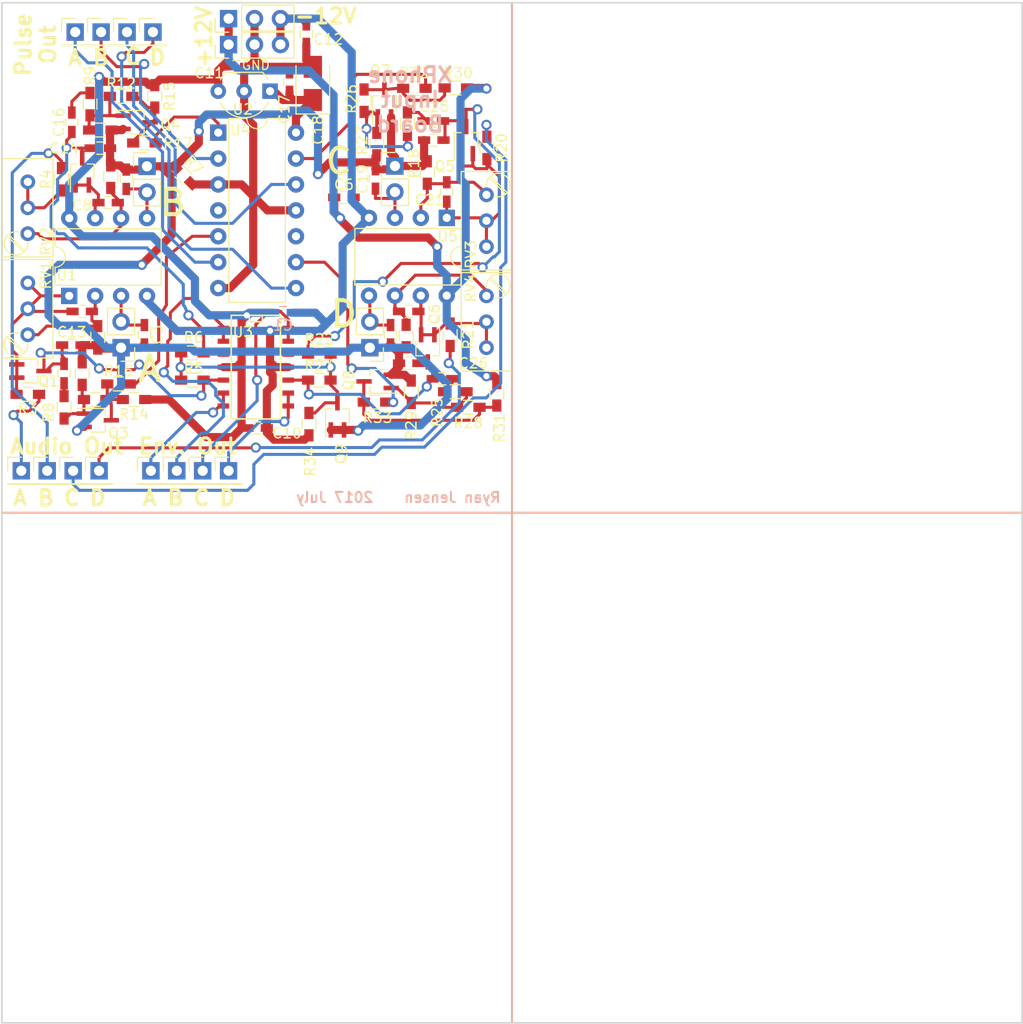
<source format=kicad_pcb>
(kicad_pcb (version 4) (host pcbnew 4.0.6)
  (title_block (date 2017-07-13))
  (layers (0 F.Cu signal) (31 B.Cu signal) (34 B.Paste user) (35 F.Paste user) (36 B.SilkS user) (37 F.SilkS user) (38 B.Mask user) (39 F.Mask user) (44 Edge.Cuts user))
  (net 0 "")
  (net 1 +12V)
  (net 2 "Net-(C3-Pad1)")
  (net 3 GNDA)
  (net 4 "Net-(C4-Pad1)")
  (net 5 "Net-(C7-Pad1)")
  (net 6 "Net-(C7-Pad2)")
  (net 7 "Net-(C8-Pad1)")
  (net 8 "Net-(C8-Pad2)")
  (net 9 GND)
  (net 10 "Net-(C13-Pad1)")
  (net 11 "Net-(C14-Pad1)")
  (net 12 "Net-(C15-Pad1)")
  (net 13 "Net-(C16-Pad1)")
  (net 14 VCC)
  (net 15 "Net-(C19-Pad1)")
  (net 16 "Net-(C20-Pad1)")
  (net 17 "Net-(C21-Pad1)")
  (net 18 "Net-(C21-Pad2)")
  (net 19 "Net-(C22-Pad1)")
  (net 20 "Net-(C22-Pad2)")
  (net 21 "Net-(C23-Pad1)")
  (net 22 "Net-(C24-Pad1)")
  (net 23 "Net-(C25-Pad1)")
  (net 24 "Net-(C26-Pad1)")
  (net 25 "Net-(J1-Pad1)")
  (net 26 "Net-(J2-Pad1)")
  (net 27 "Net-(J3-Pad1)")
  (net 28 "Net-(J4-Pad1)")
  (net 29 "Net-(J5-Pad1)")
  (net 30 "Net-(J6-Pad1)")
  (net 31 "Net-(J7-Pad1)")
  (net 32 "Net-(J8-Pad1)")
  (net 33 "Net-(J9-Pad1)")
  (net 34 "Net-(J10-Pad1)")
  (net 35 "Net-(J11-Pad1)")
  (net 36 "Net-(J12-Pad1)")
  (net 37 V_ENV_BIAS)
  (net 38 "Net-(Q3-Pad1)")
  (net 39 "Net-(Q4-Pad1)")
  (net 40 "Net-(Q3-Pad3)")
  (net 41 "Net-(Q4-Pad3)")
  (net 42 "Net-(R16-Pad1)")
  (net 43 "Net-(R17-Pad1)")
  (net 44 "Net-(Q7-Pad1)")
  (net 45 "Net-(Q8-Pad1)")
  (net 46 "Net-(Q7-Pad3)")
  (net 47 "Net-(Q8-Pad3)")
  (net 48 "Net-(R32-Pad1)")
  (net 49 "Net-(R33-Pad1)")
  (net 50 -12V)
  (module Screw_Holes:#6 (layer F.Cu) (at 72.92 80.97)
    (fp_text reference REF** hide)
    (fp_text value MountingHole_4mm hide)
    (pad 1 np_thru_hole circle (at 0 0) (size 4 4) (drill 4) (layers *.Cu *.Mask))
  )
  (module Resistors_SMD:R_0603_HandSoldering (layer F.Cu) (at 67.992 73.958 90)
    (fp_text reference R29 (at -3.302 0 90) (layer F.SilkS))
    (fp_text value 1M)
    (pad 1 smd rect (at -1.1 0 90) (size 1.2 0.9) (layers F.Cu F.Paste F.Mask) (net 45 "Net-(Q8-Pad1)"))
    (pad 2 smd rect (at 1.1 0 90) (size 1.2 0.9) (layers F.Cu F.Paste F.Mask) (net 3 GNDA))
  )
  (module SMD_Packages:SOIC-14_N (layer F.Cu) (at 52.879 71.545 270)
    (fp_text reference U3 (at -3.429 1.397 360) (layer F.SilkS))
    (fp_text value TL084)
    (pad 1 smd rect (at -3.81 3.302 270) (size 0.508 1.143) (layers F.Cu F.Paste F.Mask) (net 28 "Net-(J4-Pad1)"))
    (pad 2 smd rect (at -2.54 3.302 270) (size 0.508 1.143) (layers F.Cu F.Paste F.Mask) (net 28 "Net-(J4-Pad1)"))
    (pad 3 smd rect (at -1.27 3.302 270) (size 0.508 1.143) (layers F.Cu F.Paste F.Mask) (net 11 "Net-(C14-Pad1)"))
    (pad 4 smd rect (at 0 3.302 270) (size 0.508 1.143) (layers F.Cu F.Paste F.Mask) (net 1 +12V))
    (pad 5 smd rect (at 1.27 3.302 270) (size 0.508 1.143) (layers F.Cu F.Paste F.Mask) (net 10 "Net-(C13-Pad1)"))
    (pad 6 smd rect (at 2.54 3.302 270) (size 0.508 1.143) (layers F.Cu F.Paste F.Mask) (net 27 "Net-(J3-Pad1)"))
    (pad 7 smd rect (at 3.81 3.302 270) (size 0.508 1.143) (layers F.Cu F.Paste F.Mask) (net 27 "Net-(J3-Pad1)"))
    (pad 8 smd rect (at 3.81 -3.048 270) (size 0.508 1.143) (layers F.Cu F.Paste F.Mask) (net 34 "Net-(J10-Pad1)"))
    (pad 9 smd rect (at 2.54 -3.048 270) (size 0.508 1.143) (layers F.Cu F.Paste F.Mask) (net 34 "Net-(J10-Pad1)"))
    (pad 11 smd rect (at 0 -3.048 270) (size 0.508 1.143) (layers F.Cu F.Paste F.Mask) (net 50 -12V))
    (pad 12 smd rect (at -1.27 -3.048 270) (size 0.508 1.143) (layers F.Cu F.Paste F.Mask) (net 21 "Net-(C23-Pad1)"))
    (pad 13 smd rect (at -2.54 -3.048 270) (size 0.508 1.143) (layers F.Cu F.Paste F.Mask) (net 33 "Net-(J9-Pad1)"))
    (pad 14 smd rect (at -3.81 -3.048 270) (size 0.508 1.143) (layers F.Cu F.Paste F.Mask) (net 33 "Net-(J9-Pad1)"))
    (pad 10 smd rect (at 1.27 -3.048 270) (size 0.508 1.143) (layers F.Cu F.Paste F.Mask) (net 22 "Net-(C24-Pad1)"))
  )
  (module Capacitors_SMD:C_0603_HandSoldering (layer B.Cu) (at 55.419 66.211)
    (fp_text reference C1 (at 0 1.25) (layer B.SilkS) (effects (justify mirror)))
    (fp_text value 10n)
    (pad 1 smd rect (at -0.95 0) (size 1.2 0.75) (layers B.Cu B.Paste B.Mask) (net 1 +12V))
    (pad 2 smd rect (at 0.95 0) (size 1.2 0.75) (layers B.Cu B.Paste B.Mask) (net 50 -12V))
  )
  (module Capacitors_SMD:C_0603_HandSoldering (layer F.Cu) (at 41.83 68.37 270)
    (fp_text reference C3 (at 0 -1.25 270) (layer F.SilkS))
    (fp_text value 10n)
    (pad 1 smd rect (at -0.95 0 270) (size 1.2 0.75) (layers F.Cu F.Paste F.Mask) (net 2 "Net-(C3-Pad1)"))
    (pad 2 smd rect (at 0.95 0 270) (size 1.2 0.75) (layers F.Cu F.Paste F.Mask) (net 3 GNDA))
  )
  (module Capacitors_SMD:C_0603_HandSoldering (layer F.Cu) (at 40.052 53.13 90)
    (fp_text reference C4 hide)
    (fp_text value 10n)
    (pad 1 smd rect (at -0.95 0 90) (size 1.2 0.75) (layers F.Cu F.Paste F.Mask) (net 4 "Net-(C4-Pad1)"))
    (pad 2 smd rect (at 0.95 0 90) (size 1.2 0.75) (layers F.Cu F.Paste F.Mask) (net 3 GNDA))
  )
  (module Capacitors_SMD:C_0603_HandSoldering (layer F.Cu) (at 61.388 54.908)
    (fp_text reference C6 (at 0 -1.25) (layer F.SilkS))
    (fp_text value 10n)
    (pad 1 smd rect (at -0.95 0) (size 1.2 0.75) (layers F.Cu F.Paste F.Mask) (net 1 +12V))
    (pad 2 smd rect (at 0.95 0) (size 1.2 0.75) (layers F.Cu F.Paste F.Mask) (net 50 -12V))
  )
  (module Capacitors_SMD:C_0603_HandSoldering (layer F.Cu) (at 35.734 66.084)
    (fp_text reference C7 hide)
    (fp_text value 10n)
    (pad 1 smd rect (at -0.95 0) (size 1.2 0.75) (layers F.Cu F.Paste F.Mask) (net 5 "Net-(C7-Pad1)"))
    (pad 2 smd rect (at 0.95 0) (size 1.2 0.75) (layers F.Cu F.Paste F.Mask) (net 6 "Net-(C7-Pad2)"))
  )
  (module Capacitors_SMD:C_0603_HandSoldering (layer F.Cu) (at 38.274 55.416)
    (fp_text reference C8 (at -2.54 0.254) (layer F.SilkS))
    (fp_text value 10n)
    (pad 1 smd rect (at -0.95 0) (size 1.2 0.75) (layers F.Cu F.Paste F.Mask) (net 7 "Net-(C8-Pad1)"))
    (pad 2 smd rect (at 0.95 0) (size 1.2 0.75) (layers F.Cu F.Paste F.Mask) (net 8 "Net-(C8-Pad2)"))
  )
  (module Capacitors_SMD:C_0603_HandSoldering (layer F.Cu) (at 52.879 77.514)
    (fp_text reference C10 (at 2.921 0.508) (layer F.SilkS))
    (fp_text value 10n)
    (pad 1 smd rect (at -0.95 0) (size 1.2 0.75) (layers F.Cu F.Paste F.Mask) (net 1 +12V))
    (pad 2 smd rect (at 0.95 0) (size 1.2 0.75) (layers F.Cu F.Paste F.Mask) (net 50 -12V))
  )
  (module Capacitors_SMD:C_0603_HandSoldering (layer F.Cu) (at 50.847 42.081)
    (fp_text reference C11 (at -2.667 0.635) (layer F.SilkS))
    (fp_text value 10n)
    (pad 1 smd rect (at -0.95 0) (size 1.2 0.75) (layers F.Cu F.Paste F.Mask) (net 1 +12V))
    (pad 2 smd rect (at 0.95 0) (size 1.2 0.75) (layers F.Cu F.Paste F.Mask) (net 9 GND))
  )
  (module Capacitors_SMD:C_0603_HandSoldering (layer F.Cu) (at 57.705 38.906 90)
    (fp_text reference C12 (at -0.508 2.159 360) (layer F.SilkS))
    (fp_text value 10n)
    (pad 1 smd rect (at -0.95 0 90) (size 1.2 0.75) (layers F.Cu F.Paste F.Mask) (net 9 GND))
    (pad 2 smd rect (at 0.95 0 90) (size 1.2 0.75) (layers F.Cu F.Paste F.Mask) (net 50 -12V))
  )
  (module Capacitors_SMD:C_0603_HandSoldering (layer F.Cu) (at 34.718 69.386)
    (fp_text reference C13 (at 0 -1.27) (layer F.SilkS))
    (fp_text value 10n)
    (pad 1 smd rect (at -0.95 0) (size 1.2 0.75) (layers F.Cu F.Paste F.Mask) (net 10 "Net-(C13-Pad1)"))
    (pad 2 smd rect (at 0.95 0) (size 1.2 0.75) (layers F.Cu F.Paste F.Mask) (net 3 GNDA))
  )
  (module Capacitors_SMD:C_0603_HandSoldering (layer F.Cu) (at 37.512 50.082)
    (fp_text reference C14 (at -3.556 0) (layer F.SilkS))
    (fp_text value 10n)
    (pad 1 smd rect (at -0.95 0) (size 1.2 0.75) (layers F.Cu F.Paste F.Mask) (net 11 "Net-(C14-Pad1)"))
    (pad 2 smd rect (at 0.95 0) (size 1.2 0.75) (layers F.Cu F.Paste F.Mask) (net 3 GNDA))
  )
  (module Capacitors_SMD:C_0603_HandSoldering (layer F.Cu) (at 33.956 72.18 90)
    (fp_text reference C15 hide)
    (fp_text value 10n)
    (pad 1 smd rect (at -0.95 0 90) (size 1.2 0.75) (layers F.Cu F.Paste F.Mask) (net 12 "Net-(C15-Pad1)"))
    (pad 2 smd rect (at 0.95 0 90) (size 1.2 0.75) (layers F.Cu F.Paste F.Mask) (net 10 "Net-(C13-Pad1)"))
  )
  (module Capacitors_SMD:C_0603_HandSoldering (layer F.Cu) (at 34.718 47.542 270)
    (fp_text reference C16 (at 0 1.27 270) (layer F.SilkS))
    (fp_text value 10n)
    (pad 1 smd rect (at -0.95 0 270) (size 1.2 0.75) (layers F.Cu F.Paste F.Mask) (net 13 "Net-(C16-Pad1)"))
    (pad 2 smd rect (at 0.95 0 270) (size 1.2 0.75) (layers F.Cu F.Paste F.Mask) (net 11 "Net-(C14-Pad1)"))
  )
  (module Capacitors_SMD:C_0603_HandSoldering (layer F.Cu) (at 56.054 43.605 90)
    (fp_text reference C17 (at -2.667 -0.508 270) (layer F.SilkS))
    (fp_text value 10n)
    (pad 1 smd rect (at -0.95 0 90) (size 1.2 0.75) (layers F.Cu F.Paste F.Mask) (net 14 VCC))
    (pad 2 smd rect (at 0.95 0 90) (size 1.2 0.75) (layers F.Cu F.Paste F.Mask) (net 9 GND))
  )
  (module Capacitors_SMD:C_0603_HandSoldering (layer F.Cu) (at 64.482 53.102 90)
    (fp_text reference C19 (at 0 -1.25 90) (layer F.SilkS))
    (fp_text value 10n)
    (pad 1 smd rect (at -0.95 0 90) (size 1.2 0.75) (layers F.Cu F.Paste F.Mask) (net 15 "Net-(C19-Pad1)"))
    (pad 2 smd rect (at 0.95 0 90) (size 1.2 0.75) (layers F.Cu F.Paste F.Mask) (net 3 GNDA))
  )
  (module Capacitors_SMD:C_0603_HandSoldering (layer F.Cu) (at 65.96 68.37 270)
    (fp_text reference C20 hide)
    (fp_text value 10n)
    (pad 1 smd rect (at -0.95 0 270) (size 1.2 0.75) (layers F.Cu F.Paste F.Mask) (net 16 "Net-(C20-Pad1)"))
    (pad 2 smd rect (at 0.95 0 270) (size 1.2 0.75) (layers F.Cu F.Paste F.Mask) (net 3 GNDA))
  )
  (module Capacitors_SMD:C_0603_HandSoldering (layer F.Cu) (at 71.467 54.372 90)
    (fp_text reference C21 (at -0.79 -1.697 180) (layer F.SilkS))
    (fp_text value 10n)
    (pad 1 smd rect (at -0.95 0 90) (size 1.2 0.75) (layers F.Cu F.Paste F.Mask) (net 17 "Net-(C21-Pad1)"))
    (pad 2 smd rect (at 0.95 0 90) (size 1.2 0.75) (layers F.Cu F.Paste F.Mask) (net 18 "Net-(C21-Pad2)"))
  )
  (module Capacitors_SMD:C_0603_HandSoldering (layer F.Cu) (at 67.738 66.084 180)
    (fp_text reference C22 hide)
    (fp_text value 10n)
    (pad 1 smd rect (at -0.95 0 180) (size 1.2 0.75) (layers F.Cu F.Paste F.Mask) (net 19 "Net-(C22-Pad1)"))
    (pad 2 smd rect (at 0.95 0 180) (size 1.2 0.75) (layers F.Cu F.Paste F.Mask) (net 20 "Net-(C22-Pad2)"))
  )
  (module Capacitors_SMD:C_0603_HandSoldering (layer F.Cu) (at 70.197 49.292 180)
    (fp_text reference C23 hide)
    (fp_text value 10n)
    (pad 1 smd rect (at -0.95 0 180) (size 1.2 0.75) (layers F.Cu F.Paste F.Mask) (net 21 "Net-(C23-Pad1)"))
    (pad 2 smd rect (at 0.95 0 180) (size 1.2 0.75) (layers F.Cu F.Paste F.Mask) (net 3 GNDA))
  )
  (module Capacitors_SMD:C_0603_HandSoldering (layer F.Cu) (at 67.738 71.164 180)
    (fp_text reference C24 hide)
    (fp_text value 10n)
    (pad 1 smd rect (at -0.95 0 180) (size 1.2 0.75) (layers F.Cu F.Paste F.Mask) (net 22 "Net-(C24-Pad1)"))
    (pad 2 smd rect (at 0.95 0 180) (size 1.2 0.75) (layers F.Cu F.Paste F.Mask) (net 3 GNDA))
  )
  (module Capacitors_SMD:C_0603_HandSoldering (layer F.Cu) (at 70.151 47.415)
    (fp_text reference C25 (at 0.127 -1.397) (layer F.SilkS))
    (fp_text value 10n)
    (pad 1 smd rect (at -0.95 0) (size 1.2 0.75) (layers F.Cu F.Paste F.Mask) (net 23 "Net-(C25-Pad1)"))
    (pad 2 smd rect (at 0.95 0) (size 1.2 0.75) (layers F.Cu F.Paste F.Mask) (net 21 "Net-(C23-Pad1)"))
  )
  (module Capacitors_SMD:C_0603_HandSoldering (layer F.Cu) (at 71.04 72.688 180)
    (fp_text reference C26 (at -3.048 1.524 360) (layer F.SilkS))
    (fp_text value 10n)
    (pad 1 smd rect (at -0.95 0 180) (size 1.2 0.75) (layers F.Cu F.Paste F.Mask) (net 24 "Net-(C26-Pad1)"))
    (pad 2 smd rect (at 0.95 0 180) (size 1.2 0.75) (layers F.Cu F.Paste F.Mask) (net 22 "Net-(C24-Pad1)"))
  )
  (module Resistors_SMD:R_0603_HandSoldering (layer F.Cu) (at 37.258 68.624 270)
    (fp_text reference R1 hide)
    (fp_text value 4.7)
    (pad 1 smd rect (at -1.1 0 270) (size 1.2 0.9) (layers F.Cu F.Paste F.Mask) (net 6 "Net-(C7-Pad2)"))
    (pad 2 smd rect (at 1.1 0 270) (size 1.2 0.9) (layers F.Cu F.Paste F.Mask) (net 3 GNDA))
  )
  (module Resistors_SMD:R_0603_HandSoldering (layer F.Cu) (at 38.528 52.876 90)
    (fp_text reference R2 hide)
    (fp_text value 4.7)
    (pad 1 smd rect (at -1.1 0 90) (size 1.2 0.9) (layers F.Cu F.Paste F.Mask) (net 8 "Net-(C8-Pad2)"))
    (pad 2 smd rect (at 1.1 0 90) (size 1.2 0.9) (layers F.Cu F.Paste F.Mask) (net 3 GNDA))
  )
  (module Resistors_SMD:R_0603_HandSoldering (layer F.Cu) (at 30.4 74.212 180)
    (fp_text reference R3 (at 0 -1.45 180) (layer F.SilkS))
    (fp_text value 10k)
    (pad 1 smd rect (at -1.1 0 180) (size 1.2 0.9) (layers F.Cu F.Paste F.Mask) (net 25 "Net-(J1-Pad1)"))
    (pad 2 smd rect (at 1.1 0 180) (size 1.2 0.9) (layers F.Cu F.Paste F.Mask) (net 5 "Net-(C7-Pad1)"))
  )
  (module Resistors_SMD:R_0603_HandSoldering (layer F.Cu) (at 33.702 53.13 270)
    (fp_text reference R4 (at 0 1.524 270) (layer F.SilkS))
    (fp_text value 10k)
    (pad 1 smd rect (at -1.1 0 270) (size 1.2 0.9) (layers F.Cu F.Paste F.Mask) (net 26 "Net-(J2-Pad1)"))
    (pad 2 smd rect (at 1.1 0 270) (size 1.2 0.9) (layers F.Cu F.Paste F.Mask) (net 7 "Net-(C8-Pad1)"))
  )
  (module Resistors_SMD:R_0603_HandSoldering (layer F.Cu) (at 46.529 72.815 180)
    (fp_text reference R5 (at -0.127 1.143 180) (layer F.SilkS))
    (fp_text value 10M)
    (pad 1 smd rect (at -1.1 0 180) (size 1.2 0.9) (layers F.Cu F.Paste F.Mask) (net 10 "Net-(C13-Pad1)"))
    (pad 2 smd rect (at 1.1 0 180) (size 1.2 0.9) (layers F.Cu F.Paste F.Mask) (net 37 V_ENV_BIAS))
  )
  (module Resistors_SMD:R_0603_HandSoldering (layer F.Cu) (at 46.529 70.148 180)
    (fp_text reference R6 (at -0.127 1.524 180) (layer F.SilkS))
    (fp_text value 10M)
    (pad 1 smd rect (at -1.1 0 180) (size 1.2 0.9) (layers F.Cu F.Paste F.Mask) (net 11 "Net-(C14-Pad1)"))
    (pad 2 smd rect (at 1.1 0 180) (size 1.2 0.9) (layers F.Cu F.Paste F.Mask) (net 37 V_ENV_BIAS))
  )
  (module Resistors_SMD:R_0603_HandSoldering (layer F.Cu) (at 45.64 52.749 315)
    (fp_text reference R7 (at 0 -1.45 315) (layer F.SilkS))
    (fp_text value 0)
    (pad 1 smd rect (at -1.1 0 315) (size 1.2 0.9) (layers F.Cu F.Paste F.Mask) (net 3 GNDA))
    (pad 2 smd rect (at 1.1 0 315) (size 1.2 0.9) (layers F.Cu F.Paste F.Mask) (net 9 GND))
  )
  (module Resistors_SMD:R_0603_HandSoldering (layer F.Cu) (at 33.956 75.482 90)
    (fp_text reference R8 (at -0.508 -1.524 90) (layer F.SilkS))
    (fp_text value 1M)
    (pad 1 smd rect (at -1.1 0 90) (size 1.2 0.9) (layers F.Cu F.Paste F.Mask) (net 38 "Net-(Q3-Pad1)"))
    (pad 2 smd rect (at 1.1 0 90) (size 1.2 0.9) (layers F.Cu F.Paste F.Mask) (net 12 "Net-(C15-Pad1)"))
  )
  (module Resistors_SMD:R_0603_HandSoldering (layer F.Cu) (at 36.496 45.764 90)
    (fp_text reference R9 (at 2.794 0 90) (layer F.SilkS))
    (fp_text value 1M)
    (pad 1 smd rect (at -1.1 0 90) (size 1.2 0.9) (layers F.Cu F.Paste F.Mask) (net 39 "Net-(Q4-Pad1)"))
    (pad 2 smd rect (at 1.1 0 90) (size 1.2 0.9) (layers F.Cu F.Paste F.Mask) (net 13 "Net-(C16-Pad1)"))
  )
  (module Resistors_SMD:R_0603_HandSoldering (layer F.Cu) (at 37.004 74.72 180)
    (fp_text reference R10 hide)
    (fp_text value 10M)
    (pad 1 smd rect (at -1.1 0 180) (size 1.2 0.9) (layers F.Cu F.Paste F.Mask) (net 40 "Net-(Q3-Pad3)"))
    (pad 2 smd rect (at 1.1 0 180) (size 1.2 0.9) (layers F.Cu F.Paste F.Mask) (net 38 "Net-(Q3-Pad1)"))
  )
  (module Resistors_SMD:R_0603_HandSoldering (layer F.Cu) (at 35.734 72.18 90)
    (fp_text reference R11 hide)
    (fp_text value 1M)
    (pad 1 smd rect (at -1.1 0 90) (size 1.2 0.9) (layers F.Cu F.Paste F.Mask) (net 38 "Net-(Q3-Pad1)"))
    (pad 2 smd rect (at 1.1 0 90) (size 1.2 0.9) (layers F.Cu F.Paste F.Mask) (net 3 GNDA))
  )
  (module Resistors_SMD:R_0603_HandSoldering (layer F.Cu) (at 39.544 45.002 180)
    (fp_text reference R12 (at 0 1.27 180) (layer F.SilkS))
    (fp_text value 10M)
    (pad 1 smd rect (at -1.1 0 180) (size 1.2 0.9) (layers F.Cu F.Paste F.Mask) (net 41 "Net-(Q4-Pad3)"))
    (pad 2 smd rect (at 1.1 0 180) (size 1.2 0.9) (layers F.Cu F.Paste F.Mask) (net 39 "Net-(Q4-Pad1)"))
  )
  (module Resistors_SMD:R_0603_HandSoldering (layer F.Cu) (at 37.512 48.304)
    (fp_text reference R13 hide)
    (fp_text value 1M)
    (pad 1 smd rect (at -1.1 0) (size 1.2 0.9) (layers F.Cu F.Paste F.Mask) (net 39 "Net-(Q4-Pad1)"))
    (pad 2 smd rect (at 1.1 0) (size 1.2 0.9) (layers F.Cu F.Paste F.Mask) (net 3 GNDA))
  )
  (module Resistors_SMD:R_0603_HandSoldering (layer F.Cu) (at 40.814 74.72 180)
    (fp_text reference R14 (at 0 -1.45 180) (layer F.SilkS))
    (fp_text value 100k)
    (pad 1 smd rect (at -1.1 0 180) (size 1.2 0.9) (layers F.Cu F.Paste F.Mask) (net 1 +12V))
    (pad 2 smd rect (at 1.1 0 180) (size 1.2 0.9) (layers F.Cu F.Paste F.Mask) (net 40 "Net-(Q3-Pad3)"))
  )
  (module Resistors_SMD:R_0603_HandSoldering (layer F.Cu) (at 42.846 45.002 270)
    (fp_text reference R15 (at 0 -1.45 270) (layer F.SilkS))
    (fp_text value 100k)
    (pad 1 smd rect (at -1.1 0 270) (size 1.2 0.9) (layers F.Cu F.Paste F.Mask) (net 1 +12V))
    (pad 2 smd rect (at 1.1 0 270) (size 1.2 0.9) (layers F.Cu F.Paste F.Mask) (net 41 "Net-(Q4-Pad3)"))
  )
  (module Resistors_SMD:R_0603_HandSoldering (layer F.Cu) (at 39.29 73.196 180)
    (fp_text reference R16 (at 0 1.27 180) (layer F.SilkS))
    (fp_text value 100k)
    (pad 1 smd rect (at -1.1 0 180) (size 1.2 0.9) (layers F.Cu F.Paste F.Mask) (net 42 "Net-(R16-Pad1)"))
    (pad 2 smd rect (at 1.1 0 180) (size 1.2 0.9) (layers F.Cu F.Paste F.Mask) (net 40 "Net-(Q3-Pad3)"))
  )
  (module Resistors_SMD:R_0603_HandSoldering (layer F.Cu) (at 41.83 49.574 180)
    (fp_text reference R17 (at -3.302 0 180) (layer F.SilkS))
    (fp_text value 100k)
    (pad 1 smd rect (at -1.1 0 180) (size 1.2 0.9) (layers F.Cu F.Paste F.Mask) (net 43 "Net-(R17-Pad1)"))
    (pad 2 smd rect (at 1.1 0 180) (size 1.2 0.9) (layers F.Cu F.Paste F.Mask) (net 41 "Net-(Q4-Pad3)"))
  )
  (module Resistors_SMD:R_0603_HandSoldering (layer F.Cu) (at 69.562 52.467 90)
    (fp_text reference R18 (at 0.861 -1.316 90) (layer F.SilkS))
    (fp_text value 4.7)
    (pad 1 smd rect (at -1.1 0 90) (size 1.2 0.9) (layers F.Cu F.Paste F.Mask) (net 18 "Net-(C21-Pad2)"))
    (pad 2 smd rect (at 1.1 0 90) (size 1.2 0.9) (layers F.Cu F.Paste F.Mask) (net 3 GNDA))
  )
  (module Resistors_SMD:R_0603_HandSoldering (layer F.Cu) (at 67.484 68.497 270)
    (fp_text reference R19 hide)
    (fp_text value 4.7)
    (pad 1 smd rect (at -1.1 0 270) (size 1.2 0.9) (layers F.Cu F.Paste F.Mask) (net 20 "Net-(C22-Pad2)"))
    (pad 2 smd rect (at 1.1 0 270) (size 1.2 0.9) (layers F.Cu F.Paste F.Mask) (net 3 GNDA))
  )
  (module Resistors_SMD:R_0603_HandSoldering (layer F.Cu) (at 75.404 50.054 270)
    (fp_text reference R20 (at 0 -1.45 270) (layer F.SilkS))
    (fp_text value 10k)
    (pad 1 smd rect (at -1.1 0 270) (size 1.2 0.9) (layers F.Cu F.Paste F.Mask) (net 31 "Net-(J7-Pad1)"))
    (pad 2 smd rect (at 1.1 0 270) (size 1.2 0.9) (layers F.Cu F.Paste F.Mask) (net 17 "Net-(C21-Pad1)"))
  )
  (module Resistors_SMD:R_0603_HandSoldering (layer F.Cu) (at 71.802 68.37 90)
    (fp_text reference R21 (at 0 1.778 90) (layer F.SilkS))
    (fp_text value 10k)
    (pad 1 smd rect (at -1.1 0 90) (size 1.2 0.9) (layers F.Cu F.Paste F.Mask) (net 32 "Net-(J8-Pad1)"))
    (pad 2 smd rect (at 1.1 0 90) (size 1.2 0.9) (layers F.Cu F.Paste F.Mask) (net 19 "Net-(C22-Pad1)"))
  )
  (module Resistors_SMD:R_0603_HandSoldering (layer F.Cu) (at 58.975 70.275)
    (fp_text reference R22 (at 0 -1.45) (layer F.SilkS))
    (fp_text value 10M)
    (pad 1 smd rect (at -1.1 0) (size 1.2 0.9) (layers F.Cu F.Paste F.Mask) (net 21 "Net-(C23-Pad1)"))
    (pad 2 smd rect (at 1.1 0) (size 1.2 0.9) (layers F.Cu F.Paste F.Mask) (net 37 V_ENV_BIAS))
  )
  (module Resistors_SMD:R_0603_HandSoldering (layer F.Cu) (at 58.975 72.815)
    (fp_text reference R23 (at 0 -1.45) (layer F.SilkS))
    (fp_text value 10M)
    (pad 1 smd rect (at -1.1 0) (size 1.2 0.9) (layers F.Cu F.Paste F.Mask) (net 22 "Net-(C24-Pad1)"))
    (pad 2 smd rect (at 1.1 0) (size 1.2 0.9) (layers F.Cu F.Paste F.Mask) (net 37 V_ENV_BIAS))
  )
  (module Resistors_SMD:R_0603_HandSoldering (layer F.Cu) (at 67.61 47.678 90)
    (fp_text reference R24 hide)
    (fp_text value 1M)
    (pad 1 smd rect (at -1.1 0 90) (size 1.2 0.9) (layers F.Cu F.Paste F.Mask) (net 44 "Net-(Q7-Pad1)"))
    (pad 2 smd rect (at 1.1 0 90) (size 1.2 0.9) (layers F.Cu F.Paste F.Mask) (net 23 "Net-(C25-Pad1)"))
  )
  (module Resistors_SMD:R_0603_HandSoldering (layer F.Cu) (at 72.31 73.958 180)
    (fp_text reference R25 (at 1.778 -2.032 270) (layer F.SilkS))
    (fp_text value 1M)
    (pad 1 smd rect (at -1.1 0 180) (size 1.2 0.9) (layers F.Cu F.Paste F.Mask) (net 45 "Net-(Q8-Pad1)"))
    (pad 2 smd rect (at 1.1 0 180) (size 1.2 0.9) (layers F.Cu F.Paste F.Mask) (net 24 "Net-(C26-Pad1)"))
  )
  (module Resistors_SMD:R_0603_HandSoldering (layer F.Cu) (at 63.36 45.428 270)
    (fp_text reference R26 (at -0.172 1.21 270) (layer F.SilkS))
    (fp_text value 10M)
    (pad 1 smd rect (at -1.1 0 270) (size 1.2 0.9) (layers F.Cu F.Paste F.Mask) (net 46 "Net-(Q7-Pad3)"))
    (pad 2 smd rect (at 1.1 0 270) (size 1.2 0.9) (layers F.Cu F.Paste F.Mask) (net 44 "Net-(Q7-Pad1)"))
  )
  (module Resistors_SMD:R_0603_HandSoldering (layer F.Cu) (at 64.61 49.678 270)
    (fp_text reference R27 (at -0.358 1.444 270) (layer F.SilkS))
    (fp_text value 1M)
    (pad 1 smd rect (at -1.1 0 270) (size 1.2 0.9) (layers F.Cu F.Paste F.Mask) (net 44 "Net-(Q7-Pad1)"))
    (pad 2 smd rect (at 1.1 0 270) (size 1.2 0.9) (layers F.Cu F.Paste F.Mask) (net 3 GNDA))
  )
  (module Resistors_SMD:R_0603_HandSoldering (layer F.Cu) (at 73.58 75.482 180)
    (fp_text reference R28 (at 0 -1.524 180) (layer F.SilkS))
    (fp_text value 10M)
    (pad 1 smd rect (at -1.1 0 180) (size 1.2 0.9) (layers F.Cu F.Paste F.Mask) (net 47 "Net-(Q8-Pad3)"))
    (pad 2 smd rect (at 1.1 0 180) (size 1.2 0.9) (layers F.Cu F.Paste F.Mask) (net 45 "Net-(Q8-Pad1)"))
  )
  (module Resistors_SMD:R_0603_HandSoldering (layer F.Cu) (at 72.36 44.178 180)
    (fp_text reference R30 (at -0.204 1.462 180) (layer F.SilkS))
    (fp_text value 100k)
    (pad 1 smd rect (at -1.1 0 180) (size 1.2 0.9) (layers F.Cu F.Paste F.Mask) (net 1 +12V))
    (pad 2 smd rect (at 1.1 0 180) (size 1.2 0.9) (layers F.Cu F.Paste F.Mask) (net 46 "Net-(Q7-Pad3)"))
  )
  (module Resistors_SMD:R_0603_HandSoldering (layer F.Cu) (at 76.374 74.212 270)
    (fp_text reference R31 (at 3.302 -0.254 270) (layer F.SilkS))
    (fp_text value 100k)
    (pad 1 smd rect (at -1.1 0 270) (size 1.2 0.9) (layers F.Cu F.Paste F.Mask) (net 1 +12V))
    (pad 2 smd rect (at 1.1 0 270) (size 1.2 0.9) (layers F.Cu F.Paste F.Mask) (net 47 "Net-(Q8-Pad3)"))
  )
  (module Resistors_SMD:R_0603_HandSoldering (layer F.Cu) (at 68.292 44.212 180)
    (fp_text reference R32 (at 0.046 1.496 180) (layer F.SilkS))
    (fp_text value 100k)
    (pad 1 smd rect (at -1.1 0 180) (size 1.2 0.9) (layers F.Cu F.Paste F.Mask) (net 48 "Net-(R32-Pad1)"))
    (pad 2 smd rect (at 1.1 0 180) (size 1.2 0.9) (layers F.Cu F.Paste F.Mask) (net 46 "Net-(Q7-Pad3)"))
  )
  (module Resistors_SMD:R_0603_HandSoldering (layer F.Cu) (at 64.436 74.974 180)
    (fp_text reference R33 (at -0.254 -1.524 180) (layer F.SilkS))
    (fp_text value 100k)
    (pad 1 smd rect (at -1.1 0 180) (size 1.2 0.9) (layers F.Cu F.Paste F.Mask) (net 49 "Net-(R33-Pad1)"))
    (pad 2 smd rect (at 1.1 0 180) (size 1.2 0.9) (layers F.Cu F.Paste F.Mask) (net 47 "Net-(Q8-Pad3)"))
  )
  (module TO_SOT_Packages_SMD:SOT-323_SC-70_Handsoldering (layer F.Cu) (at 30.654 71.926)
    (fp_text reference Q1 (at 1.778 1.016) (layer F.SilkS))
    (fp_text value BC847CW hide)
    (pad 1 smd rect (at -1.33 -0.65 270) (size 0.45 1.5) (layers F.Cu F.Paste F.Mask) (net 5 "Net-(C7-Pad1)"))
    (pad 2 smd rect (at -1.33 0.65 270) (size 0.45 1.5) (layers F.Cu F.Paste F.Mask) (net 5 "Net-(C7-Pad1)"))
    (pad 3 smd rect (at 1.33 0 270) (size 0.45 1.5) (layers F.Cu F.Paste F.Mask) (net 10 "Net-(C13-Pad1)"))
  )
  (module TO_SOT_Packages_SMD:SOT-323_SC-70_Handsoldering (layer F.Cu) (at 35.734 52.368 90)
    (fp_text reference Q2 hide)
    (fp_text value BC847CW hide)
    (pad 1 smd rect (at -1.33 -0.65) (size 0.45 1.5) (layers F.Cu F.Paste F.Mask) (net 7 "Net-(C8-Pad1)"))
    (pad 2 smd rect (at -1.33 0.65) (size 0.45 1.5) (layers F.Cu F.Paste F.Mask) (net 7 "Net-(C8-Pad1)"))
    (pad 3 smd rect (at 1.33 0) (size 0.45 1.5) (layers F.Cu F.Paste F.Mask) (net 11 "Net-(C14-Pad1)"))
  )
  (module Pin_Headers:Pin_Header_Straight_1x03_Pitch2.54mm (layer F.Cu) (at 50.085 39.922 90)
    (fp_text reference J14 hide)
    (fp_text value "Power Out")
    (pad 1 thru_hole rect (at 0 0 90) (size 1.7 1.7) (drill 1) (layers *.Cu *.Mask) (net 1 +12V))
    (pad 2 thru_hole oval (at 0 2.54 90) (size 1.7 1.7) (drill 1) (layers *.Cu *.Mask) (net 9 GND))
    (pad 3 thru_hole oval (at 0 5.08 90) (size 1.7 1.7) (drill 1) (layers *.Cu *.Mask) (net 50 -12V))
  )
  (module Pin_Headers:Pin_Header_Straight_1x03_Pitch2.54mm (layer F.Cu) (at 50.085 37.382 90)
    (fp_text reference J13 hide)
    (fp_text value "Power In")
    (pad 1 thru_hole rect (at 0 0 90) (size 1.7 1.7) (drill 1) (layers *.Cu *.Mask) (net 1 +12V))
    (pad 2 thru_hole oval (at 0 2.54 90) (size 1.7 1.7) (drill 1) (layers *.Cu *.Mask) (net 9 GND))
    (pad 3 thru_hole oval (at 0 5.08 90) (size 1.7 1.7) (drill 1) (layers *.Cu *.Mask) (net 50 -12V))
  )
  (module TO_SOT_Packages_SMD:SOT-323_SC-70_Handsoldering (layer F.Cu) (at 64.69 72.942 180)
    (fp_text reference Q8 (at 2.83 0.122 450) (layer F.SilkS))
    (fp_text value BC847CW hide)
    (pad 1 smd rect (at -1.33 -0.65 90) (size 0.45 1.5) (layers F.Cu F.Paste F.Mask) (net 45 "Net-(Q8-Pad1)"))
    (pad 2 smd rect (at -1.33 0.65 90) (size 0.45 1.5) (layers F.Cu F.Paste F.Mask) (net 3 GNDA))
    (pad 3 smd rect (at 1.33 0 90) (size 0.45 1.5) (layers F.Cu F.Paste F.Mask) (net 47 "Net-(Q8-Pad3)"))
  )
  (module TO_SOT_Packages_SMD:SOT-323_SC-70_Handsoldering (layer F.Cu) (at 65.36 45.678 90)
    (fp_text reference Q7 (at 3.216 -0.416 180) (layer F.SilkS))
    (fp_text value BC847CW hide)
    (pad 1 smd rect (at -1.33 -0.65) (size 0.45 1.5) (layers F.Cu F.Paste F.Mask) (net 44 "Net-(Q7-Pad1)"))
    (pad 2 smd rect (at -1.33 0.65) (size 0.45 1.5) (layers F.Cu F.Paste F.Mask) (net 3 GNDA))
    (pad 3 smd rect (at 1.33 0) (size 0.45 1.5) (layers F.Cu F.Paste F.Mask) (net 46 "Net-(Q7-Pad3)"))
  )
  (module TO_SOT_Packages_SMD:SOT-323_SC-70_Handsoldering (layer F.Cu) (at 69.606 69.702 270)
    (fp_text reference Q6 (at -3.364 -0.672 270) (layer F.SilkS))
    (fp_text value BC847CW hide)
    (pad 1 smd rect (at -1.33 -0.65 180) (size 0.45 1.5) (layers F.Cu F.Paste F.Mask) (net 19 "Net-(C22-Pad1)"))
    (pad 2 smd rect (at -1.33 0.65 180) (size 0.45 1.5) (layers F.Cu F.Paste F.Mask) (net 19 "Net-(C22-Pad1)"))
    (pad 3 smd rect (at 1.33 0 180) (size 0.45 1.5) (layers F.Cu F.Paste F.Mask) (net 22 "Net-(C24-Pad1)"))
  )
  (module TO_SOT_Packages_SMD:SOT-323_SC-70_Handsoldering (layer F.Cu) (at 73.372 49.292 90)
    (fp_text reference Q5 (at -2.568 -2.078 180) (layer F.SilkS))
    (fp_text value BC847CW hide)
    (pad 1 smd rect (at -1.33 -0.65) (size 0.45 1.5) (layers F.Cu F.Paste F.Mask) (net 17 "Net-(C21-Pad1)"))
    (pad 2 smd rect (at -1.33 0.65) (size 0.45 1.5) (layers F.Cu F.Paste F.Mask) (net 17 "Net-(C21-Pad1)"))
    (pad 3 smd rect (at 1.33 0) (size 0.45 1.5) (layers F.Cu F.Paste F.Mask) (net 21 "Net-(C23-Pad1)"))
  )
  (module TO_SOT_Packages_SMD:SOT-323_SC-70_Handsoldering (layer F.Cu) (at 41.068 47.542)
    (fp_text reference Q4 (at 3.302 0.254) (layer F.SilkS))
    (fp_text value BC847CW hide)
    (pad 1 smd rect (at -1.33 -0.65 270) (size 0.45 1.5) (layers F.Cu F.Paste F.Mask) (net 39 "Net-(Q4-Pad1)"))
    (pad 2 smd rect (at -1.33 0.65 270) (size 0.45 1.5) (layers F.Cu F.Paste F.Mask) (net 3 GNDA))
    (pad 3 smd rect (at 1.33 0 270) (size 0.45 1.5) (layers F.Cu F.Paste F.Mask) (net 41 "Net-(Q4-Pad3)"))
  )
  (module TO_SOT_Packages_SMD:SOT-323_SC-70_Handsoldering (layer F.Cu) (at 37.258 76.752)
    (fp_text reference Q3 (at 2.032 1.27) (layer F.SilkS))
    (fp_text value BC847CW hide)
    (pad 1 smd rect (at -1.33 -0.65 270) (size 0.45 1.5) (layers F.Cu F.Paste F.Mask) (net 38 "Net-(Q3-Pad1)"))
    (pad 2 smd rect (at -1.33 0.65 270) (size 0.45 1.5) (layers F.Cu F.Paste F.Mask) (net 3 GNDA))
    (pad 3 smd rect (at 1.33 0 270) (size 0.45 1.5) (layers F.Cu F.Paste F.Mask) (net 40 "Net-(Q3-Pad3)"))
  )
  (module Housings_DIP:DIP-8_W7.62mm (layer F.Cu) (at 71.467 56.912 270)
    (fp_text reference U5 (at 1.806 -0.081 360) (layer F.SilkS))
    (fp_text value LM833)
    (pad 1 thru_hole rect (at 0 0 270) (size 1.6 1.6) (drill 0.8) (layers *.Cu *.Mask) (net 17 "Net-(C21-Pad1)"))
    (pad 5 thru_hole oval (at 7.62 7.62 270) (size 1.6 1.6) (drill 0.8) (layers *.Cu *.Mask) (net 16 "Net-(C20-Pad1)"))
    (pad 2 thru_hole oval (at 0 2.54 270) (size 1.6 1.6) (drill 0.8) (layers *.Cu *.Mask) (net 18 "Net-(C21-Pad2)"))
    (pad 6 thru_hole oval (at 7.62 5.08 270) (size 1.6 1.6) (drill 0.8) (layers *.Cu *.Mask) (net 20 "Net-(C22-Pad2)"))
    (pad 3 thru_hole oval (at 0 5.08 270) (size 1.6 1.6) (drill 0.8) (layers *.Cu *.Mask) (net 15 "Net-(C19-Pad1)"))
    (pad 7 thru_hole oval (at 7.62 2.54 270) (size 1.6 1.6) (drill 0.8) (layers *.Cu *.Mask) (net 19 "Net-(C22-Pad1)"))
    (pad 4 thru_hole oval (at 0 7.62 270) (size 1.6 1.6) (drill 0.8) (layers *.Cu *.Mask) (net 50 -12V))
    (pad 8 thru_hole oval (at 7.62 0 270) (size 1.6 1.6) (drill 0.8) (layers *.Cu *.Mask) (net 1 +12V))
  )
  (module Housings_DIP:DIP-8_W7.62mm (layer F.Cu) (at 34.464 64.56 90)
    (fp_text reference U1 (at 2.032 -0.254 180) (layer F.SilkS))
    (fp_text value LM833)
    (pad 1 thru_hole rect (at 0 0 90) (size 1.6 1.6) (drill 0.8) (layers *.Cu *.Mask) (net 5 "Net-(C7-Pad1)"))
    (pad 5 thru_hole oval (at 7.62 7.62 90) (size 1.6 1.6) (drill 0.8) (layers *.Cu *.Mask) (net 4 "Net-(C4-Pad1)"))
    (pad 2 thru_hole oval (at 0 2.54 90) (size 1.6 1.6) (drill 0.8) (layers *.Cu *.Mask) (net 6 "Net-(C7-Pad2)"))
    (pad 6 thru_hole oval (at 7.62 5.08 90) (size 1.6 1.6) (drill 0.8) (layers *.Cu *.Mask) (net 8 "Net-(C8-Pad2)"))
    (pad 3 thru_hole oval (at 0 5.08 90) (size 1.6 1.6) (drill 0.8) (layers *.Cu *.Mask) (net 2 "Net-(C3-Pad1)"))
    (pad 7 thru_hole oval (at 7.62 2.54 90) (size 1.6 1.6) (drill 0.8) (layers *.Cu *.Mask) (net 7 "Net-(C8-Pad1)"))
    (pad 4 thru_hole oval (at 0 7.62 90) (size 1.6 1.6) (drill 0.8) (layers *.Cu *.Mask) (net 50 -12V))
    (pad 8 thru_hole oval (at 7.62 0 90) (size 1.6 1.6) (drill 0.8) (layers *.Cu *.Mask) (net 1 +12V))
  )
  (module Potentiometers:Potentiometer_Trimmer_Bourns_3296W (layer F.Cu) (at 75.358 64.56 90)
    (fp_text reference RV4 (at 0.762 -1.524 90) (layer F.SilkS))
    (fp_text value 10k)
    (pad 1 thru_hole circle (at 0 0 90) (size 1.44 1.44) (drill 0.8) (layers *.Cu *.Mask) (net 20 "Net-(C22-Pad2)"))
    (pad 2 thru_hole circle (at -2.54 0 90) (size 1.44 1.44) (drill 0.8) (layers *.Cu *.Mask) (net 19 "Net-(C22-Pad1)"))
    (pad 3 thru_hole circle (at -5.08 0 90) (size 1.44 1.44) (drill 0.8) (layers *.Cu *.Mask) (net 19 "Net-(C22-Pad1)"))
  )
  (module Potentiometers:Potentiometer_Trimmer_Bourns_3296W (layer F.Cu) (at 75.358 54.654 90)
    (fp_text reference RV3 (at -5.842 -1.524 90) (layer F.SilkS))
    (fp_text value 10k)
    (pad 1 thru_hole circle (at 0 0 90) (size 1.44 1.44) (drill 0.8) (layers *.Cu *.Mask) (net 18 "Net-(C21-Pad2)"))
    (pad 2 thru_hole circle (at -2.54 0 90) (size 1.44 1.44) (drill 0.8) (layers *.Cu *.Mask) (net 17 "Net-(C21-Pad1)"))
    (pad 3 thru_hole circle (at -5.08 0 90) (size 1.44 1.44) (drill 0.8) (layers *.Cu *.Mask) (net 17 "Net-(C21-Pad1)"))
  )
  (module Potentiometers:Potentiometer_Trimmer_Bourns_3296W (layer F.Cu) (at 30.4 58.464 270)
    (fp_text reference RV2 (at 0.762 -1.778 270) (layer F.SilkS))
    (fp_text value 10k)
    (pad 1 thru_hole circle (at 0 0 270) (size 1.44 1.44) (drill 0.8) (layers *.Cu *.Mask) (net 8 "Net-(C8-Pad2)"))
    (pad 2 thru_hole circle (at -2.54 0 270) (size 1.44 1.44) (drill 0.8) (layers *.Cu *.Mask) (net 7 "Net-(C8-Pad1)"))
    (pad 3 thru_hole circle (at -5.08 0 270) (size 1.44 1.44) (drill 0.8) (layers *.Cu *.Mask) (net 7 "Net-(C8-Pad1)"))
  )
  (module Potentiometers:Potentiometer_Trimmer_Bourns_3296W (layer F.Cu) (at 30.4 68.37 270)
    (fp_text reference RV1 (at -5.842 -1.778 270) (layer F.SilkS))
    (fp_text value 10k)
    (pad 1 thru_hole circle (at 0 0 270) (size 1.44 1.44) (drill 0.8) (layers *.Cu *.Mask) (net 6 "Net-(C7-Pad2)"))
    (pad 2 thru_hole circle (at -2.54 0 270) (size 1.44 1.44) (drill 0.8) (layers *.Cu *.Mask) (net 5 "Net-(C7-Pad1)"))
    (pad 3 thru_hole circle (at -5.08 0 270) (size 1.44 1.44) (drill 0.8) (layers *.Cu *.Mask) (net 5 "Net-(C7-Pad1)"))
  )
  (module Pin_Headers:Pin_Header_Straight_1x02_Pitch2.54mm (layer F.Cu) (at 63.928 69.64 180)
    (fp_text reference L4 hide)
    (fp_text value "Input Coil" hide)
    (pad 1 thru_hole rect (at 0 0 180) (size 1.7 1.7) (drill 1) (layers *.Cu *.Mask) (net 3 GNDA))
    (pad 2 thru_hole oval (at 0 2.54 180) (size 1.7 1.7) (drill 1) (layers *.Cu *.Mask) (net 16 "Net-(C20-Pad1)"))
  )
  (module Pin_Headers:Pin_Header_Straight_1x02_Pitch2.54mm (layer F.Cu) (at 66.387 51.832)
    (fp_text reference L3 hide)
    (fp_text value "Input Coil" hide)
    (pad 1 thru_hole rect (at 0 0) (size 1.7 1.7) (drill 1) (layers *.Cu *.Mask) (net 3 GNDA))
    (pad 2 thru_hole oval (at 0 2.54) (size 1.7 1.7) (drill 1) (layers *.Cu *.Mask) (net 15 "Net-(C19-Pad1)"))
  )
  (module Pin_Headers:Pin_Header_Straight_1x02_Pitch2.54mm (layer F.Cu) (at 42.084 51.86)
    (fp_text reference L2 hide)
    (fp_text value "Input Coil" hide)
    (pad 1 thru_hole rect (at 0 0) (size 1.7 1.7) (drill 1) (layers *.Cu *.Mask) (net 3 GNDA))
    (pad 2 thru_hole oval (at 0 2.54) (size 1.7 1.7) (drill 1) (layers *.Cu *.Mask) (net 4 "Net-(C4-Pad1)"))
  )
  (module Pin_Headers:Pin_Header_Straight_1x02_Pitch2.54mm (layer F.Cu) (at 39.544 69.64 180)
    (fp_text reference L1 hide)
    (fp_text value "Input Coil" hide)
    (pad 1 thru_hole rect (at 0 0 180) (size 1.7 1.7) (drill 1) (layers *.Cu *.Mask) (net 3 GNDA))
    (pad 2 thru_hole oval (at 0 2.54 180) (size 1.7 1.7) (drill 1) (layers *.Cu *.Mask) (net 2 "Net-(C3-Pad1)"))
  )
  (module Pin_Headers:Pin_Header_Straight_1x01_Pitch2.54mm (layer F.Cu) (at 42.666 38.7)
    (fp_text reference J12 hide)
    (fp_text value PULSE hide)
    (pad 1 thru_hole rect (at 0 0) (size 1.7 1.7) (drill 1) (layers *.Cu *.Mask) (net 36 "Net-(J12-Pad1)"))
  )
  (module Pin_Headers:Pin_Header_Straight_1x01_Pitch2.54mm (layer F.Cu) (at 40.126 38.7)
    (fp_text reference J11 hide)
    (fp_text value PULSE hide)
    (pad 1 thru_hole rect (at 0 0) (size 1.7 1.7) (drill 1) (layers *.Cu *.Mask) (net 35 "Net-(J11-Pad1)"))
  )
  (module Pin_Headers:Pin_Header_Straight_1x01_Pitch2.54mm (layer F.Cu) (at 50.085 81.705)
    (fp_text reference J10 hide)
    (fp_text value ENV hide)
    (pad 1 thru_hole rect (at 0 0) (size 1.7 1.7) (drill 1) (layers *.Cu *.Mask) (net 34 "Net-(J10-Pad1)"))
  )
  (module Pin_Headers:Pin_Header_Straight_1x01_Pitch2.54mm (layer F.Cu) (at 47.545 81.705)
    (fp_text reference J9 hide)
    (fp_text value ENV hide)
    (pad 1 thru_hole rect (at 0 0) (size 1.7 1.7) (drill 1) (layers *.Cu *.Mask) (net 33 "Net-(J9-Pad1)"))
  )
  (module Pin_Headers:Pin_Header_Straight_1x01_Pitch2.54mm (layer F.Cu) (at 37.385 81.705)
    (fp_text reference J8 hide)
    (fp_text value AUDIO hide)
    (pad 1 thru_hole rect (at 0 0) (size 1.7 1.7) (drill 1) (layers *.Cu *.Mask) (net 32 "Net-(J8-Pad1)"))
  )
  (module Pin_Headers:Pin_Header_Straight_1x01_Pitch2.54mm (layer F.Cu) (at 34.845 81.705)
    (fp_text reference J7 hide)
    (fp_text value AUDIO hide)
    (pad 1 thru_hole rect (at 0 0) (size 1.7 1.7) (drill 1) (layers *.Cu *.Mask) (net 31 "Net-(J7-Pad1)"))
  )
  (module Pin_Headers:Pin_Header_Straight_1x01_Pitch2.54mm (layer F.Cu) (at 37.586 38.7)
    (fp_text reference J6 hide)
    (fp_text value PULSE hide)
    (pad 1 thru_hole rect (at 0 0) (size 1.7 1.7) (drill 1) (layers *.Cu *.Mask) (net 30 "Net-(J6-Pad1)"))
  )
  (module Pin_Headers:Pin_Header_Straight_1x01_Pitch2.54mm (layer F.Cu) (at 35.046 38.7)
    (fp_text reference J5 hide)
    (fp_text value PULSE hide)
    (pad 1 thru_hole rect (at 0 0) (size 1.7 1.7) (drill 1) (layers *.Cu *.Mask) (net 29 "Net-(J5-Pad1)"))
  )
  (module Pin_Headers:Pin_Header_Straight_1x01_Pitch2.54mm (layer F.Cu) (at 45.005 81.705)
    (fp_text reference J4 hide)
    (fp_text value ENV hide)
    (pad 1 thru_hole rect (at 0 0) (size 1.7 1.7) (drill 1) (layers *.Cu *.Mask) (net 28 "Net-(J4-Pad1)"))
  )
  (module Pin_Headers:Pin_Header_Straight_1x01_Pitch2.54mm (layer F.Cu) (at 42.465 81.705)
    (fp_text reference J3 hide)
    (fp_text value ENV hide)
    (pad 1 thru_hole rect (at 0 0) (size 1.7 1.7) (drill 1) (layers *.Cu *.Mask) (net 27 "Net-(J3-Pad1)"))
  )
  (module Pin_Headers:Pin_Header_Straight_1x01_Pitch2.54mm (layer F.Cu) (at 32.305 81.705)
    (fp_text reference J2 hide)
    (fp_text value AUDIO hide)
    (pad 1 thru_hole rect (at 0 0) (size 1.7 1.7) (drill 1) (layers *.Cu *.Mask) (net 26 "Net-(J2-Pad1)"))
  )
  (module Pin_Headers:Pin_Header_Straight_1x01_Pitch2.54mm (layer F.Cu) (at 29.765 81.705)
    (fp_text reference J1 hide)
    (fp_text value AUDIO hide)
    (pad 1 thru_hole rect (at 0 0) (size 1.7 1.7) (drill 1) (layers *.Cu *.Mask) (net 25 "Net-(J1-Pad1)"))
  )
  (module Capacitors_Tantalum_SMD:CP_Tantalum_Case-B_EIA-3528-21_Wave (layer F.Cu) (at 58.34 43.732 90)
    (fp_text reference C18 (at -4.572 0.508 90) (layer F.SilkS))
    (fp_text value 10µ)
    (pad 1 smd rect (at -1.625 0 90) (size 2.15 1.8) (layers F.Cu F.Paste F.Mask) (net 14 VCC))
    (pad 2 smd rect (at 1.625 0 90) (size 2.15 1.8) (layers F.Cu F.Paste F.Mask) (net 9 GND))
  )
  (module Housings_DIP:DIP-14_W7.62mm (layer F.Cu) (at 49.069 48.558)
    (fp_text reference U4 (at 2.159 -0.254) (layer F.SilkS))
    (fp_text value 74HC14)
    (pad 1 thru_hole rect (at 0 0) (size 1.6 1.6) (drill 0.8) (layers *.Cu *.Mask) (net 43 "Net-(R17-Pad1)"))
    (pad 8 thru_hole oval (at 7.62 15.24) (size 1.6 1.6) (drill 0.8) (layers *.Cu *.Mask) (net 36 "Net-(J12-Pad1)"))
    (pad 2 thru_hole oval (at 0 2.54) (size 1.6 1.6) (drill 0.8) (layers *.Cu *.Mask) (net 30 "Net-(J6-Pad1)"))
    (pad 9 thru_hole oval (at 7.62 12.7) (size 1.6 1.6) (drill 0.8) (layers *.Cu *.Mask) (net 49 "Net-(R33-Pad1)"))
    (pad 3 thru_hole oval (at 0 5.08) (size 1.6 1.6) (drill 0.8) (layers *.Cu *.Mask) (net 9 GND))
    (pad 10 thru_hole oval (at 7.62 10.16) (size 1.6 1.6) (drill 0.8) (layers *.Cu *.Mask))
    (pad 4 thru_hole oval (at 0 7.62) (size 1.6 1.6) (drill 0.8) (layers *.Cu *.Mask))
    (pad 11 thru_hole oval (at 7.62 7.62) (size 1.6 1.6) (drill 0.8) (layers *.Cu *.Mask) (net 9 GND))
    (pad 5 thru_hole oval (at 0 10.16) (size 1.6 1.6) (drill 0.8) (layers *.Cu *.Mask) (net 42 "Net-(R16-Pad1)"))
    (pad 12 thru_hole oval (at 7.62 5.08) (size 1.6 1.6) (drill 0.8) (layers *.Cu *.Mask) (net 35 "Net-(J11-Pad1)"))
    (pad 6 thru_hole oval (at 0 12.7) (size 1.6 1.6) (drill 0.8) (layers *.Cu *.Mask) (net 29 "Net-(J5-Pad1)"))
    (pad 13 thru_hole oval (at 7.62 2.54) (size 1.6 1.6) (drill 0.8) (layers *.Cu *.Mask) (net 48 "Net-(R32-Pad1)"))
    (pad 7 thru_hole oval (at 0 15.24) (size 1.6 1.6) (drill 0.8) (layers *.Cu *.Mask) (net 9 GND))
    (pad 14 thru_hole oval (at 7.62 0) (size 1.6 1.6) (drill 0.8) (layers *.Cu *.Mask) (net 14 VCC))
  )
  (module TO_SOT_Packages_THT:TO-92_Inline_Wide (layer F.Cu) (at 54.149 44.494 180)
    (fp_text reference U2 (at 2.667 -1.778 360) (layer F.SilkS))
    (fp_text value 78L05)
    (pad 2 thru_hole circle (at 2.54 0 270) (size 1.52 1.52) (drill 0.8) (layers *.Cu *.Mask) (net 9 GND))
    (pad 3 thru_hole circle (at 5.08 0 270) (size 1.52 1.52) (drill 0.8) (layers *.Cu *.Mask) (net 1 +12V))
    (pad 1 thru_hole rect (at 0 0 270) (size 1.52 1.52) (drill 0.8) (layers *.Cu *.Mask) (net 14 VCC))
  )
  (module TO_SOT_Packages_SMD:SOT-323_SC-70_Handsoldering (layer F.Cu) (at 60.753 76.371 90)
    (fp_text reference Q9 (at -3.683 0.381 90) (layer F.SilkS))
    (fp_text value BC847CW hide)
    (pad 1 smd rect (at -1.33 -0.65) (size 0.45 1.5) (layers F.Cu F.Paste F.Mask) (net 3 GNDA))
    (pad 2 smd rect (at -1.33 0.65) (size 0.45 1.5) (layers F.Cu F.Paste F.Mask) (net 3 GNDA))
    (pad 3 smd rect (at 1.33 0) (size 0.45 1.5) (layers F.Cu F.Paste F.Mask) (net 37 V_ENV_BIAS))
  )
  (module Resistors_SMD:R_0603_HandSoldering (layer F.Cu) (at 57.959 77.133 270)
    (fp_text reference R34 (at 3.683 -0.127 270) (layer F.SilkS))
    (fp_text value 10k)
    (pad 1 smd rect (at -1.1 0 270) (size 1.2 0.9) (layers F.Cu F.Paste F.Mask) (net 37 V_ENV_BIAS))
    (pad 2 smd rect (at 1.1 0 270) (size 1.2 0.9) (layers F.Cu F.Paste F.Mask) (net 50 -12V))
  )
  (module Screw_Holes:#6 (layer F.Cu) (at 74.342 39.414)
    (fp_text reference REF** hide)
    (fp_text value MountingHole_4mm hide)
    (pad 1 np_thru_hole circle (at 0 0) (size 4 4) (drill 4) (layers *.Cu *.Mask))
  )
  (gr_line (start 27.86 85.82) (end 127.86 85.82) (angle 90) (layer F.SilkS) (width 0.2))
  (gr_line (start 77.86 35.82) (end 77.86 135.82) (angle 90) (layer F.SilkS) (width 0.2))
  (gr_text "Audio Out\n" (at 28.5 79.3) (layer F.SilkS) (effects (font (size 1.5 1.5) (thickness 0.3)) (justify left)))
  (gr_text "Env. Out" (at 41.1 79.3) (layer F.SilkS) (effects (font (size 1.5 1.5) (thickness 0.3)) (justify left)))
  (gr_text "Ryan Jensen    2017 July" (at 76.86 84.32) (layer B.SilkS) (effects (font (size 1 1) (thickness 0.2)) (justify left mirror)))
  (gr_text "XPhone\nInput\nBoard\n" (at 67.86 45.32) (layer B.SilkS) (effects (font (size 1.5 1.5) (thickness 0.3)) (justify mirror)))
  (gr_text D (at 61.388 66.338) (layer F.SilkS) (effects (font (size 2.5 2.5) (thickness 0.4))))
  (gr_text C (at 60.88 51.352) (layer F.SilkS) (effects (font (size 2.5 2.5) (thickness 0.4))))
  (gr_text B (at 44.624 55.416) (layer F.SilkS) (effects (font (size 2.5 2.5) (thickness 0.4))))
  (gr_text A (at 42.338 71.672) (layer F.SilkS) (effects (font (size 2.5 2.5) (thickness 0.4))))
  (gr_text B (at 44.878 84.372) (layer F.SilkS) (effects (font (size 1.5 1.5) (thickness 0.3))))
  (gr_text C (at 47.418 84.372) (layer F.SilkS) (effects (font (size 1.5 1.5) (thickness 0.3))))
  (gr_text A (at 42.338 84.372) (layer F.SilkS) (effects (font (size 1.5 1.5) (thickness 0.3))))
  (gr_text D (at 49.958 84.372) (layer F.SilkS) (effects (font (size 1.5 1.5) (thickness 0.3))))
  (gr_text B (at 32.178 84.372) (layer F.SilkS) (effects (font (size 1.5 1.5) (thickness 0.3))))
  (gr_text C (at 34.718 84.372) (layer F.SilkS) (effects (font (size 1.5 1.5) (thickness 0.3))))
  (gr_text A (at 29.638 84.372) (layer F.SilkS) (effects (font (size 1.5 1.5) (thickness 0.3))))
  (gr_text D (at 37.258 84.372) (layer F.SilkS) (effects (font (size 1.5 1.5) (thickness 0.3))))
  (gr_text "GND\n" (at 52.752 41.954) (layer F.SilkS) (effects (font (size 0.9 0.9) (thickness 0.125))))
  (gr_text -12V (at 59.61 37.128) (layer F.SilkS) (effects (font (size 1.5 1.5) (thickness 0.3))))
  (gr_text +12V (at 47.672 39.16 90) (layer F.SilkS) (effects (font (size 1.5 1.5) (thickness 0.3))))
  (gr_text D (at 43.1 41.2) (layer F.SilkS) (effects (font (size 1.5 1.5) (thickness 0.3))))
  (gr_text C (at 40.7 41.1) (layer F.SilkS) (effects (font (size 1.5 1.5) (thickness 0.3))))
  (gr_text B (at 37.566 41.23) (layer F.SilkS) (effects (font (size 1.5 1.5) (thickness 0.3))))
  (gr_text A (at 35.026 41.23) (layer F.SilkS) (effects (font (size 1.5 1.5) (thickness 0.3))))
  (gr_text "Pulse\nOut" (at 31.162 39.922 90) (layer F.SilkS) (effects (font (size 1.5 1.5) (thickness 0.3))))
  (gr_line (start 27.86 85.82) (end 127.86 85.82) (angle 90) (layer B.SilkS) (width 0.2))
  (gr_line (start 77.86 35.82) (end 77.86 135.82) (angle 90) (layer B.SilkS) (width 0.2))
  (gr_line (start 27.86 135.82) (end 27.86 35.82) (angle 90) (layer Edge.Cuts) (width 0.15))
  (gr_line (start 127.86 135.82) (end 27.86 135.82) (angle 90) (layer Edge.Cuts) (width 0.15))
  (gr_line (start 127.86 35.82) (end 127.86 135.82) (angle 90) (layer Edge.Cuts) (width 0.15))
  (gr_line (start 27.86 35.82) (end 127.86 35.82) (angle 90) (layer Edge.Cuts) (width 0.15))
  (segment (start 42.846 43.902) (end 42.292 43.902) (width 0.8) (layer F.Cu) (net 1))
  (via (at 37.385 43.097) (size 1) (drill 0.6) (layers F.Cu B.Cu) (net 1))
  (segment (start 34.464 53.638) (end 34.464 56.94) (width 0.8) (layer B.Cu) (net 1))
  (segment (start 37.385 50.717) (end 37.385 45.002) (width 0.8) (layer B.Cu) (net 1))
  (segment (start 34.464 53.638) (end 37.385 50.717) (width 0.8) (layer B.Cu) (net 1))
  (segment (start 37.385 45.002) (end 37.385 43.097) (width 0.8) (layer B.Cu) (net 1))
  (segment (start 37.858 43.57) (end 37.385 43.097) (width 0.8) (layer F.Cu) (net 1))
  (segment (start 41.96 43.57) (end 37.858 43.57) (width 0.8) (layer F.Cu) (net 1))
  (segment (start 42.292 43.902) (end 41.96 43.57) (width 0.8) (layer F.Cu) (net 1))
  (segment (start 54.469 66.211) (end 52.117 66.211) (width 0.8) (layer B.Cu) (net 1))
  (segment (start 52.117 66.211) (end 51.863 66.465) (width 0.8) (layer B.Cu) (net 1))
  (segment (start 61.007 56.94) (end 61.007 57.067) (width 0.8) (layer F.Cu) (net 1))
  (segment (start 71.467 62.574) (end 70.532 61.639) (width 0.8) (layer B.Cu) (net 1))
  (segment (start 71.467 62.574) (end 71.467 64.532) (width 0.8) (layer B.Cu) (net 1))
  (segment (start 70.532 59.734) (end 70.532 61.639) (width 0.8) (layer B.Cu) (net 1))
  (via (at 70.532 59.734) (size 1) (drill 0.6) (layers F.Cu B.Cu) (net 1))
  (segment (start 69.643 58.845) (end 70.532 59.734) (width 0.8) (layer F.Cu) (net 1))
  (segment (start 62.785 58.845) (end 69.643 58.845) (width 0.8) (layer F.Cu) (net 1))
  (segment (start 61.007 57.067) (end 62.785 58.845) (width 0.8) (layer F.Cu) (net 1))
  (segment (start 60.438 54.908) (end 60.438 56.371) (width 0.8) (layer F.Cu) (net 1))
  (segment (start 60.438 56.371) (end 61.007 56.94) (width 0.8) (layer F.Cu) (net 1))
  (segment (start 41.914 74.72) (end 44.243 74.72) (width 0.8) (layer F.Cu) (net 1))
  (segment (start 51.355 77.514) (end 51.355 71.037) (width 0.8) (layer F.Cu) (net 1))
  (segment (start 50.466 78.403) (end 51.355 77.514) (width 0.8) (layer F.Cu) (net 1))
  (segment (start 47.926 78.403) (end 50.466 78.403) (width 0.8) (layer F.Cu) (net 1))
  (segment (start 44.243 74.72) (end 47.926 78.403) (width 0.8) (layer F.Cu) (net 1))
  (segment (start 34.464 56.94) (end 34.464 57.448) (width 0.8) (layer B.Cu) (net 1))
  (segment (start 34.464 57.448) (end 35.734 58.718) (width 0.8) (layer B.Cu) (net 1))
  (segment (start 50.847 71.545) (end 49.577 71.545) (width 0.8) (layer F.Cu) (net 1))
  (segment (start 51.355 71.037) (end 50.847 71.545) (width 0.8) (layer F.Cu) (net 1))
  (segment (start 51.355 66.973) (end 51.355 71.037) (width 0.8) (layer F.Cu) (net 1))
  (segment (start 51.863 66.465) (end 51.355 66.973) (width 0.8) (layer F.Cu) (net 1))
  (via (at 51.863 66.465) (size 1) (drill 0.6) (layers F.Cu B.Cu) (net 1))
  (segment (start 48.18 66.465) (end 51.863 66.465) (width 0.8) (layer B.Cu) (net 1))
  (segment (start 46.783 65.068) (end 48.18 66.465) (width 0.8) (layer B.Cu) (net 1))
  (segment (start 46.783 62.909) (end 46.783 65.068) (width 0.8) (layer B.Cu) (net 1))
  (segment (start 42.592 58.718) (end 46.783 62.909) (width 0.8) (layer B.Cu) (net 1))
  (segment (start 35.734 58.718) (end 42.592 58.718) (width 0.8) (layer B.Cu) (net 1))
  (segment (start 50.085 41.446) (end 50.085 39.922) (width 0.8) (layer B.Cu) (net 1))
  (segment (start 51.101 42.462) (end 50.085 41.446) (width 0.8) (layer B.Cu) (net 1))
  (segment (start 57.959 42.462) (end 51.101 42.462) (width 0.8) (layer B.Cu) (net 1))
  (segment (start 60.372 44.875) (end 57.959 42.462) (width 0.8) (layer B.Cu) (net 1))
  (segment (start 60.372 56.305) (end 60.372 44.875) (width 0.8) (layer B.Cu) (net 1))
  (segment (start 61.007 56.94) (end 60.372 56.305) (width 0.8) (layer B.Cu) (net 1))
  (via (at 61.007 56.94) (size 1) (drill 0.6) (layers F.Cu B.Cu) (net 1))
  (segment (start 42.846 43.902) (end 42.846 43.859) (width 0.8) (layer F.Cu) (net 1))
  (segment (start 42.846 43.859) (end 43.354 43.351) (width 0.8) (layer F.Cu) (net 1))
  (segment (start 43.354 43.351) (end 49.069 43.351) (width 0.8) (layer F.Cu) (net 1))
  (segment (start 49.897 42.081) (end 49.45 42.081) (width 0.8) (layer F.Cu) (net 1))
  (segment (start 49.45 42.081) (end 49.069 42.462) (width 0.8) (layer F.Cu) (net 1))
  (segment (start 49.069 44.494) (end 49.069 43.351) (width 0.8) (layer F.Cu) (net 1))
  (segment (start 49.069 43.351) (end 49.069 42.462) (width 0.8) (layer F.Cu) (net 1))
  (segment (start 50.085 41.446) (end 50.085 39.922) (width 0.8) (layer F.Cu) (net 1))
  (segment (start 49.069 42.462) (end 50.085 41.446) (width 0.8) (layer F.Cu) (net 1))
  (segment (start 50.085 37.382) (end 50.085 39.922) (width 0.8) (layer F.Cu) (net 1))
  (segment (start 73.46 44.178) (end 75.296 44.178) (width 0.8) (layer F.Cu) (net 1))
  (segment (start 75.296 44.178) (end 75.358 44.24) (width 0.8) (layer F.Cu) (net 1))
  (via (at 75.358 44.24) (size 1) (drill 0.6) (layers F.Cu B.Cu) (net 1))
  (segment (start 75.358 44.24) (end 73.834 44.24) (width 0.8) (layer B.Cu) (net 1))
  (segment (start 73.834 44.24) (end 72.818 45.256) (width 0.8) (layer B.Cu) (net 1))
  (segment (start 72.818 45.256) (end 72.818 53.13) (width 0.8) (layer B.Cu) (net 1))
  (segment (start 72.818 53.13) (end 73.326 53.638) (width 0.8) (layer B.Cu) (net 1))
  (segment (start 73.326 53.638) (end 73.326 62.673) (width 0.8) (layer B.Cu) (net 1))
  (segment (start 73.326 62.673) (end 71.467 64.532) (width 0.8) (layer B.Cu) (net 1))
  (segment (start 76.374 73.112) (end 76.374 72.688) (width 0.8) (layer F.Cu) (net 1))
  (segment (start 76.374 72.688) (end 76.12 72.434) (width 0.8) (layer F.Cu) (net 1))
  (segment (start 71.467 67.019) (end 71.467 64.532) (width 0.8) (layer B.Cu) (net 1))
  (segment (start 73.326 68.878) (end 71.467 67.019) (width 0.8) (layer B.Cu) (net 1))
  (segment (start 73.326 71.164) (end 73.326 68.878) (width 0.8) (layer B.Cu) (net 1))
  (segment (start 75.358 72.434) (end 73.326 71.164) (width 0.8) (layer B.Cu) (net 1))
  (via (at 75.358 72.434) (size 1) (drill 0.6) (layers F.Cu B.Cu) (net 1))
  (segment (start 76.12 72.434) (end 75.358 72.434) (width 0.8) (layer F.Cu) (net 1))
  (segment (start 41.83 67.42) (end 39.864 67.42) (width 0.3) (layer F.Cu) (net 2))
  (segment (start 39.864 67.42) (end 39.544 67.1) (width 0.3) (layer F.Cu) (net 2))
  (segment (start 39.544 67.1) (end 39.544 64.56) (width 0.3) (layer F.Cu) (net 2))
  (segment (start 61.403 77.701) (end 62.718 77.701) (width 0.8) (layer F.Cu) (net 3))
  (segment (start 67.992 69.64) (end 63.928 69.64) (width 0.8) (layer B.Cu) (net 3))
  (segment (start 71.548 73.196) (end 67.992 69.64) (width 0.8) (layer B.Cu) (net 3))
  (segment (start 71.548 74.593) (end 71.548 73.196) (width 0.8) (layer B.Cu) (net 3))
  (segment (start 68.881 77.26) (end 71.548 74.593) (width 0.8) (layer B.Cu) (net 3))
  (segment (start 63.293 77.26) (end 68.881 77.26) (width 0.8) (layer B.Cu) (net 3))
  (segment (start 62.785 77.768) (end 63.293 77.26) (width 0.8) (layer B.Cu) (net 3))
  (via (at 62.785 77.768) (size 1) (drill 0.6) (layers F.Cu B.Cu) (net 3))
  (segment (start 62.718 77.701) (end 62.785 77.768) (width 0.8) (layer F.Cu) (net 3))
  (segment (start 60.103 77.701) (end 61.403 77.701) (width 0.8) (layer F.Cu) (net 3))
  (segment (start 47.926 46.78) (end 47.164 47.542) (width 0.8) (layer B.Cu) (net 3))
  (segment (start 47.926 46.78) (end 55.8 46.78) (width 0.8) (layer B.Cu) (net 3))
  (segment (start 55.8 46.78) (end 56.181 46.399) (width 0.8) (layer B.Cu) (net 3))
  (segment (start 56.181 46.399) (end 57.832 46.399) (width 0.8) (layer B.Cu) (net 3))
  (segment (start 57.832 46.399) (end 58.848 47.415) (width 0.8) (layer B.Cu) (net 3))
  (segment (start 58.848 47.415) (end 58.848 52.622) (width 0.8) (layer B.Cu) (net 3))
  (via (at 58.848 52.622) (size 1) (drill 0.6) (layers F.Cu B.Cu) (net 3))
  (segment (start 58.848 52.622) (end 59.991 51.479) (width 0.8) (layer F.Cu) (net 3))
  (segment (start 64.482 51.479) (end 59.991 51.479) (width 0.8) (layer F.Cu) (net 3))
  (segment (start 47.164 49.574) (end 44.862183 51.875817) (width 0.8) (layer F.Cu) (net 3))
  (segment (start 47.164 48.431) (end 47.164 49.574) (width 0.8) (layer F.Cu) (net 3))
  (via (at 47.164 48.431) (size 1) (drill 0.6) (layers F.Cu B.Cu) (net 3))
  (segment (start 47.164 47.542) (end 47.164 48.431) (width 0.8) (layer B.Cu) (net 3))
  (segment (start 44.862183 51.875817) (end 44.862183 51.971183) (width 0.8) (layer F.Cu) (net 3))
  (segment (start 45.020817 51.971183) (end 44.862183 51.971183) (width 0.8) (layer F.Cu) (net 3))
  (segment (start 39.544 69.64) (end 38.147 69.64) (width 0.8) (layer B.Cu) (net 3))
  (segment (start 43.481 51.86) (end 43.354 51.86) (width 0.8) (layer F.Cu) (net 3))
  (segment (start 44.497 52.876) (end 43.481 51.86) (width 0.8) (layer F.Cu) (net 3))
  (segment (start 44.497 58.591) (end 44.497 52.876) (width 0.8) (layer F.Cu) (net 3))
  (segment (start 41.576 61.512) (end 44.497 58.591) (width 0.8) (layer F.Cu) (net 3))
  (via (at 41.576 61.512) (size 1) (drill 0.6) (layers F.Cu B.Cu) (net 3))
  (segment (start 33.448 61.512) (end 41.576 61.512) (width 0.8) (layer B.Cu) (net 3))
  (segment (start 32.432 62.528) (end 33.448 61.512) (width 0.8) (layer B.Cu) (net 3))
  (segment (start 32.432 66.465) (end 32.432 62.528) (width 0.8) (layer B.Cu) (net 3))
  (segment (start 33.448 67.481) (end 32.432 66.465) (width 0.8) (layer B.Cu) (net 3))
  (segment (start 35.988 67.481) (end 33.448 67.481) (width 0.8) (layer B.Cu) (net 3))
  (segment (start 38.147 69.64) (end 35.988 67.481) (width 0.8) (layer B.Cu) (net 3))
  (segment (start 39.544 69.64) (end 46.402 69.64) (width 0.8) (layer B.Cu) (net 3))
  (segment (start 46.402 69.64) (end 46.783 70.021) (width 0.8) (layer B.Cu) (net 3))
  (segment (start 46.783 70.021) (end 61.769 70.021) (width 0.8) (layer B.Cu) (net 3))
  (segment (start 61.769 70.021) (end 62.15 69.64) (width 0.8) (layer B.Cu) (net 3))
  (segment (start 62.15 69.64) (end 63.928 69.64) (width 0.8) (layer B.Cu) (net 3))
  (segment (start 42.084 51.86) (end 43.354 51.86) (width 0.8) (layer F.Cu) (net 3))
  (segment (start 43.354 51.86) (end 44.751 51.86) (width 0.8) (layer F.Cu) (net 3))
  (segment (start 44.751 51.86) (end 44.862183 51.971183) (width 0.8) (layer F.Cu) (net 3))
  (segment (start 39.544 69.64) (end 41.51 69.64) (width 0.8) (layer F.Cu) (net 3))
  (segment (start 41.51 69.64) (end 41.83 69.32) (width 0.8) (layer F.Cu) (net 3))
  (segment (start 37.258 69.724) (end 39.46 69.724) (width 0.8) (layer F.Cu) (net 3))
  (segment (start 39.46 69.724) (end 39.544 69.64) (width 0.8) (layer F.Cu) (net 3))
  (segment (start 35.734 71.08) (end 35.734 69.452) (width 0.8) (layer F.Cu) (net 3))
  (segment (start 35.734 69.452) (end 35.668 69.386) (width 0.8) (layer F.Cu) (net 3))
  (segment (start 35.668 69.386) (end 36.92 69.386) (width 0.8) (layer F.Cu) (net 3))
  (segment (start 36.92 69.386) (end 37.258 69.724) (width 0.8) (layer F.Cu) (net 3))
  (segment (start 35.928 77.402) (end 35.592 77.402) (width 0.8) (layer F.Cu) (net 3))
  (segment (start 35.592 77.402) (end 35.226 77.768) (width 0.8) (layer F.Cu) (net 3))
  (via (at 35.226 77.768) (size 1) (drill 0.6) (layers F.Cu B.Cu) (net 3))
  (segment (start 35.226 77.768) (end 39.544 73.45) (width 0.8) (layer B.Cu) (net 3))
  (segment (start 39.544 73.45) (end 39.544 69.64) (width 0.8) (layer B.Cu) (net 3))
  (segment (start 38.462 50.082) (end 38.462 48.454) (width 0.8) (layer F.Cu) (net 3))
  (segment (start 38.462 48.454) (end 38.612 48.304) (width 0.8) (layer F.Cu) (net 3))
  (segment (start 38.612 48.304) (end 39.626 48.304) (width 0.8) (layer F.Cu) (net 3))
  (segment (start 39.626 48.304) (end 39.738 48.192) (width 0.8) (layer F.Cu) (net 3))
  (segment (start 38.462 50.082) (end 38.462 51.71) (width 0.8) (layer F.Cu) (net 3))
  (segment (start 38.462 51.71) (end 38.528 51.776) (width 0.8) (layer F.Cu) (net 3))
  (segment (start 40.052 52.18) (end 39.864 52.18) (width 0.8) (layer F.Cu) (net 3))
  (segment (start 39.864 52.18) (end 39.46 51.776) (width 0.8) (layer F.Cu) (net 3))
  (segment (start 39.46 51.776) (end 38.528 51.776) (width 0.8) (layer F.Cu) (net 3))
  (segment (start 40.052 52.18) (end 41.764 52.18) (width 0.8) (layer F.Cu) (net 3))
  (segment (start 41.764 52.18) (end 42.084 51.86) (width 0.8) (layer F.Cu) (net 3))
  (segment (start 63.928 69.64) (end 65.64 69.64) (width 0.8) (layer F.Cu) (net 3))
  (segment (start 65.64 69.64) (end 65.96 69.32) (width 0.8) (layer F.Cu) (net 3))
  (segment (start 66.788 71.164) (end 66.788 71.524) (width 0.8) (layer F.Cu) (net 3))
  (segment (start 66.788 71.524) (end 66.02 72.292) (width 0.8) (layer F.Cu) (net 3))
  (segment (start 67.992 72.858) (end 67.908 72.858) (width 0.8) (layer F.Cu) (net 3))
  (segment (start 67.908 72.858) (end 67.342 72.292) (width 0.8) (layer F.Cu) (net 3))
  (segment (start 67.342 72.292) (end 66.02 72.292) (width 0.8) (layer F.Cu) (net 3))
  (segment (start 66.788 71.164) (end 66.788 70.148) (width 0.8) (layer F.Cu) (net 3))
  (segment (start 66.788 70.148) (end 65.96 69.32) (width 0.8) (layer F.Cu) (net 3))
  (segment (start 67.484 69.597) (end 66.364 69.724) (width 0.8) (layer F.Cu) (net 3))
  (segment (start 66.364 69.724) (end 65.96 69.32) (width 0.8) (layer F.Cu) (net 3))
  (segment (start 64.482 52.152) (end 64.482 51.479) (width 0.8) (layer F.Cu) (net 3))
  (segment (start 64.482 51.479) (end 64.482 50.906) (width 0.8) (layer F.Cu) (net 3))
  (segment (start 64.482 50.906) (end 64.61 50.778) (width 0.8) (layer F.Cu) (net 3))
  (segment (start 66.387 51.832) (end 66.387 50.955) (width 0.8) (layer F.Cu) (net 3))
  (segment (start 66.01 50.578) (end 66.01 47.008) (width 0.8) (layer F.Cu) (net 3))
  (segment (start 66.387 50.955) (end 66.01 50.578) (width 0.8) (layer F.Cu) (net 3))
  (segment (start 66.387 51.832) (end 66.387 51.205) (width 0.8) (layer F.Cu) (net 3))
  (segment (start 69.247 51.052) (end 69.562 51.367) (width 0.8) (layer F.Cu) (net 3))
  (segment (start 64.61 50.778) (end 64.61 50.948) (width 0.8) (layer F.Cu) (net 3))
  (segment (start 64.482 52.152) (end 66.067 52.152) (width 0.8) (layer F.Cu) (net 3))
  (segment (start 66.067 52.152) (end 66.387 51.832) (width 0.8) (layer F.Cu) (net 3))
  (segment (start 66.387 51.832) (end 69.097 51.832) (width 0.8) (layer F.Cu) (net 3))
  (segment (start 69.097 51.832) (end 69.562 51.367) (width 0.8) (layer F.Cu) (net 3))
  (segment (start 69.247 49.292) (end 69.247 51.052) (width 0.8) (layer F.Cu) (net 3))
  (segment (start 42.084 54.4) (end 42.084 56.94) (width 0.3) (layer F.Cu) (net 4))
  (segment (start 40.052 54.08) (end 41.764 54.08) (width 0.3) (layer F.Cu) (net 4))
  (segment (start 41.764 54.08) (end 42.084 54.4) (width 0.3) (layer F.Cu) (net 4))
  (segment (start 34.784 66.084) (end 30.654 66.084) (width 0.3) (layer F.Cu) (net 5))
  (segment (start 30.654 66.084) (end 30.4 65.83) (width 0.3) (layer F.Cu) (net 5))
  (segment (start 29.324 71.276) (end 29.324 70.342) (width 0.3) (layer F.Cu) (net 5))
  (segment (start 28.876 67.354) (end 30.4 65.83) (width 0.3) (layer F.Cu) (net 5))
  (segment (start 28.876 69.894) (end 28.876 67.354) (width 0.3) (layer F.Cu) (net 5))
  (segment (start 29.324 70.342) (end 28.876 69.894) (width 0.3) (layer F.Cu) (net 5))
  (segment (start 29.324 71.276) (end 29.324 72.576) (width 0.3) (layer F.Cu) (net 5))
  (segment (start 29.3 74.212) (end 29.3 72.6) (width 0.3) (layer F.Cu) (net 5))
  (segment (start 29.3 72.6) (end 29.324 72.576) (width 0.3) (layer F.Cu) (net 5))
  (segment (start 30.4 65.83) (end 31.67 64.56) (width 0.3) (layer F.Cu) (net 5))
  (segment (start 34.464 64.56) (end 31.67 64.56) (width 0.3) (layer F.Cu) (net 5))
  (segment (start 31.67 64.56) (end 30.4 63.29) (width 0.3) (layer F.Cu) (net 5))
  (segment (start 30.4 68.37) (end 31.416 68.37) (width 0.3) (layer F.Cu) (net 6))
  (segment (start 32.262 67.524) (end 37.258 67.524) (width 0.3) (layer F.Cu) (net 6))
  (segment (start 31.416 68.37) (end 32.262 67.524) (width 0.3) (layer F.Cu) (net 6))
  (segment (start 36.684 66.084) (end 36.684 66.95) (width 0.3) (layer F.Cu) (net 6))
  (segment (start 36.684 66.95) (end 37.258 67.524) (width 0.3) (layer F.Cu) (net 6))
  (segment (start 37.004 64.56) (end 37.004 65.764) (width 0.3) (layer F.Cu) (net 6))
  (segment (start 37.004 65.764) (end 36.684 66.084) (width 0.3) (layer F.Cu) (net 6))
  (segment (start 37.324 55.416) (end 37.324 54.638) (width 0.3) (layer F.Cu) (net 7))
  (segment (start 37.324 54.638) (end 36.384 53.698) (width 0.3) (layer F.Cu) (net 7))
  (segment (start 36.384 53.698) (end 35.084 53.698) (width 0.3) (layer F.Cu) (net 7))
  (segment (start 33.702 54.23) (end 34.552 54.23) (width 0.3) (layer F.Cu) (net 7))
  (segment (start 34.552 54.23) (end 35.084 53.698) (width 0.3) (layer F.Cu) (net 7))
  (segment (start 30.4 55.924) (end 32.008 55.924) (width 0.3) (layer F.Cu) (net 7))
  (segment (start 32.008 55.924) (end 33.702 54.23) (width 0.3) (layer F.Cu) (net 7))
  (segment (start 30.4 55.924) (end 30.4 53.384) (width 0.3) (layer F.Cu) (net 7))
  (segment (start 37.004 56.94) (end 37.004 55.736) (width 0.3) (layer F.Cu) (net 7))
  (segment (start 37.004 55.736) (end 37.324 55.416) (width 0.3) (layer F.Cu) (net 7))
  (segment (start 39.224 55.416) (end 39.224 55.096) (width 0.3) (layer F.Cu) (net 8))
  (segment (start 39.224 55.096) (end 38.528 54.4) (width 0.3) (layer F.Cu) (net 8))
  (segment (start 38.528 54.4) (end 38.528 53.976) (width 0.3) (layer F.Cu) (net 8))
  (segment (start 30.4 58.464) (end 31.416 58.464) (width 0.3) (layer F.Cu) (net 8))
  (segment (start 38.274 58.972) (end 39.544 57.702) (width 0.3) (layer F.Cu) (net 8))
  (segment (start 31.924 58.972) (end 38.274 58.972) (width 0.3) (layer F.Cu) (net 8))
  (segment (start 31.416 58.464) (end 31.924 58.972) (width 0.3) (layer F.Cu) (net 8))
  (segment (start 39.544 57.702) (end 39.544 56.94) (width 0.3) (layer F.Cu) (net 8))
  (segment (start 39.544 56.94) (end 39.544 55.736) (width 0.3) (layer F.Cu) (net 8))
  (segment (start 39.544 55.736) (end 39.224 55.416) (width 0.3) (layer F.Cu) (net 8))
  (segment (start 49.069 63.798) (end 50.212 63.798) (width 0.8) (layer F.Cu) (net 9))
  (segment (start 52.498 61.512) (end 52.498 54.781) (width 0.8) (layer F.Cu) (net 9))
  (segment (start 50.212 63.798) (end 52.498 61.512) (width 0.8) (layer F.Cu) (net 9))
  (segment (start 49.069 53.638) (end 46.529 53.638) (width 0.8) (layer F.Cu) (net 9))
  (segment (start 46.529 53.638) (end 46.417817 53.526817) (width 0.8) (layer F.Cu) (net 9))
  (segment (start 51.797 42.081) (end 52.117 42.081) (width 0.8) (layer F.Cu) (net 9))
  (segment (start 52.117 42.081) (end 52.752 41.446) (width 0.8) (layer F.Cu) (net 9))
  (segment (start 57.705 39.856) (end 57.705 41.472) (width 0.8) (layer F.Cu) (net 9))
  (segment (start 57.705 41.472) (end 58.34 42.107) (width 0.8) (layer F.Cu) (net 9))
  (segment (start 56.054 42.655) (end 56.054 42.589) (width 0.8) (layer F.Cu) (net 9))
  (segment (start 56.054 42.589) (end 55.572 42.107) (width 0.8) (layer F.Cu) (net 9))
  (segment (start 58.34 42.107) (end 55.572 42.107) (width 0.8) (layer F.Cu) (net 9))
  (segment (start 55.572 42.107) (end 53.413 42.107) (width 0.8) (layer F.Cu) (net 9))
  (segment (start 53.413 42.107) (end 52.752 41.446) (width 0.8) (layer F.Cu) (net 9))
  (segment (start 52.752 41.446) (end 52.625 41.319) (width 0.8) (layer F.Cu) (net 9))
  (segment (start 51.609 44.494) (end 51.609 46.907) (width 0.8) (layer F.Cu) (net 9))
  (segment (start 52.498 47.796) (end 52.498 54.781) (width 0.8) (layer F.Cu) (net 9))
  (segment (start 51.609 46.907) (end 52.498 47.796) (width 0.8) (layer F.Cu) (net 9))
  (segment (start 52.625 39.922) (end 52.625 41.319) (width 0.8) (layer F.Cu) (net 9))
  (segment (start 52.625 41.319) (end 52.625 41.573) (width 0.8) (layer F.Cu) (net 9))
  (segment (start 51.609 42.589) (end 51.609 44.494) (width 0.8) (layer F.Cu) (net 9))
  (segment (start 52.625 41.573) (end 51.609 42.589) (width 0.8) (layer F.Cu) (net 9))
  (segment (start 49.069 53.638) (end 51.355 53.638) (width 0.8) (layer F.Cu) (net 9))
  (segment (start 51.355 53.638) (end 52.498 54.781) (width 0.8) (layer F.Cu) (net 9))
  (segment (start 53.895 56.178) (end 56.689 56.178) (width 0.8) (layer F.Cu) (net 9))
  (segment (start 52.498 54.781) (end 53.895 56.178) (width 0.8) (layer F.Cu) (net 9))
  (segment (start 52.625 37.382) (end 52.625 39.922) (width 0.8) (layer F.Cu) (net 9))
  (segment (start 31.67 70.148) (end 35.861 70.148) (width 0.3) (layer B.Cu) (net 10))
  (segment (start 31.984 70.462) (end 31.67 70.148) (width 0.3) (layer F.Cu) (net 10))
  (via (at 31.67 70.148) (size 1) (drill 0.6) (layers F.Cu B.Cu) (net 10))
  (segment (start 31.984 71.926) (end 31.984 70.462) (width 0.3) (layer F.Cu) (net 10))
  (segment (start 47.629 74.128) (end 47.629 72.815) (width 0.3) (layer F.Cu) (net 10))
  (segment (start 47.418 74.339) (end 47.629 74.128) (width 0.3) (layer F.Cu) (net 10))
  (via (at 47.418 74.339) (size 1) (drill 0.6) (layers F.Cu B.Cu) (net 10))
  (segment (start 44.37 74.339) (end 47.418 74.339) (width 0.3) (layer B.Cu) (net 10))
  (segment (start 41.322 71.291) (end 44.37 74.339) (width 0.3) (layer B.Cu) (net 10))
  (via (at 41.322 71.291) (size 1) (drill 0.6) (layers F.Cu B.Cu) (net 10))
  (segment (start 40.814 71.799) (end 41.322 71.291) (width 0.3) (layer F.Cu) (net 10))
  (segment (start 37.512 71.799) (end 40.814 71.799) (width 0.3) (layer F.Cu) (net 10))
  (segment (start 37.385 71.672) (end 37.512 71.799) (width 0.3) (layer F.Cu) (net 10))
  (via (at 37.385 71.672) (size 1) (drill 0.6) (layers F.Cu B.Cu) (net 10))
  (segment (start 35.861 70.148) (end 37.385 71.672) (width 0.3) (layer B.Cu) (net 10))
  (segment (start 47.629 72.815) (end 49.577 72.815) (width 0.3) (layer F.Cu) (net 10))
  (segment (start 31.984 71.926) (end 32.178 71.926) (width 0.3) (layer F.Cu) (net 10))
  (segment (start 32.178 71.926) (end 32.874 71.23) (width 0.3) (layer F.Cu) (net 10))
  (segment (start 32.874 71.23) (end 33.956 71.23) (width 0.3) (layer F.Cu) (net 10))
  (segment (start 33.956 71.23) (end 33.956 70.656) (width 0.3) (layer F.Cu) (net 10))
  (segment (start 33.956 70.656) (end 33.768 70.468) (width 0.3) (layer F.Cu) (net 10))
  (segment (start 33.768 70.468) (end 33.768 69.386) (width 0.3) (layer F.Cu) (net 10))
  (segment (start 46.148 66.465) (end 45.767 65.576) (width 0.3) (layer B.Cu) (net 11))
  (via (at 34.21 50.082) (size 1) (drill 0.6) (layers F.Cu B.Cu) (net 11))
  (segment (start 34.21 52.241) (end 34.21 50.082) (width 0.3) (layer B.Cu) (net 11))
  (segment (start 33.321 53.13) (end 34.21 52.241) (width 0.3) (layer B.Cu) (net 11))
  (segment (start 33.321 55.162) (end 33.321 53.13) (width 0.3) (layer B.Cu) (net 11))
  (segment (start 32.686 55.797) (end 33.321 55.162) (width 0.3) (layer B.Cu) (net 11))
  (segment (start 32.686 57.829) (end 32.686 55.797) (width 0.3) (layer B.Cu) (net 11))
  (segment (start 33.321 58.464) (end 32.686 57.829) (width 0.3) (layer B.Cu) (net 11))
  (segment (start 33.956 58.464) (end 33.321 58.464) (width 0.3) (layer B.Cu) (net 11))
  (segment (start 35.353 59.861) (end 33.956 58.464) (width 0.3) (layer B.Cu) (net 11))
  (segment (start 35.607 59.861) (end 35.353 59.861) (width 0.3) (layer B.Cu) (net 11))
  (segment (start 39.163 59.861) (end 35.607 59.861) (width 0.3) (layer B.Cu) (net 11))
  (segment (start 42.084 59.861) (end 39.163 59.861) (width 0.3) (layer B.Cu) (net 11))
  (segment (start 42.230536 60.007536) (end 42.084 59.861) (width 0.3) (layer B.Cu) (net 11))
  (segment (start 45.64 63.417) (end 42.230536 60.007536) (width 0.3) (layer B.Cu) (net 11))
  (segment (start 45.64 65.449) (end 45.64 63.417) (width 0.3) (layer B.Cu) (net 11))
  (segment (start 45.767 65.576) (end 45.64 65.449) (width 0.3) (layer B.Cu) (net 11))
  (segment (start 47.629 67.946) (end 47.629 70.148) (width 0.3) (layer F.Cu) (net 11))
  (segment (start 46.148 66.465) (end 47.629 67.946) (width 0.3) (layer F.Cu) (net 11))
  (via (at 46.148 66.465) (size 1) (drill 0.6) (layers F.Cu B.Cu) (net 11))
  (segment (start 46.148 66.465) (end 46.148 66.465) (width 0.3) (layer B.Cu) (net 11))
  (segment (start 47.629 70.148) (end 49.45 70.148) (width 0.3) (layer F.Cu) (net 11))
  (segment (start 49.45 70.148) (end 49.577 70.275) (width 0.3) (layer F.Cu) (net 11))
  (segment (start 34.718 48.492) (end 34.718 48.812) (width 0.3) (layer F.Cu) (net 11))
  (segment (start 34.718 48.812) (end 34.21 49.32) (width 0.3) (layer F.Cu) (net 11))
  (segment (start 34.21 49.32) (end 34.21 50.082) (width 0.3) (layer F.Cu) (net 11))
  (segment (start 35.734 51.038) (end 35.734 50.082) (width 0.3) (layer F.Cu) (net 11))
  (segment (start 35.734 50.082) (end 35.48 50.082) (width 0.3) (layer F.Cu) (net 11))
  (segment (start 36.562 50.082) (end 35.48 50.082) (width 0.3) (layer F.Cu) (net 11))
  (segment (start 35.48 50.082) (end 34.21 50.082) (width 0.3) (layer F.Cu) (net 11))
  (segment (start 33.956 74.382) (end 33.956 73.13) (width 0.3) (layer F.Cu) (net 12))
  (segment (start 34.718 46.592) (end 34.718 45.51) (width 0.3) (layer F.Cu) (net 13))
  (segment (start 35.564 44.664) (end 36.496 44.664) (width 0.3) (layer F.Cu) (net 13))
  (segment (start 34.718 45.51) (end 35.564 44.664) (width 0.3) (layer F.Cu) (net 13))
  (segment (start 56.689 48.558) (end 56.689 47.008) (width 0.8) (layer F.Cu) (net 14))
  (segment (start 56.689 47.008) (end 58.34 45.357) (width 0.8) (layer F.Cu) (net 14))
  (segment (start 56.054 44.555) (end 56.054 45.002) (width 0.8) (layer F.Cu) (net 14))
  (segment (start 56.054 45.002) (end 56.409 45.357) (width 0.8) (layer F.Cu) (net 14))
  (segment (start 54.149 44.494) (end 54.53 44.494) (width 0.8) (layer F.Cu) (net 14))
  (segment (start 54.53 44.494) (end 55.393 45.357) (width 0.8) (layer F.Cu) (net 14))
  (segment (start 55.393 45.357) (end 56.409 45.357) (width 0.8) (layer F.Cu) (net 14))
  (segment (start 56.409 45.357) (end 58.34 45.357) (width 0.8) (layer F.Cu) (net 14))
  (segment (start 64.482 54.052) (end 64.482 55.007) (width 0.3) (layer F.Cu) (net 15))
  (segment (start 65.752 55.007) (end 66.387 55.007) (width 0.3) (layer F.Cu) (net 15))
  (segment (start 64.482 55.007) (end 65.752 55.007) (width 0.3) (layer F.Cu) (net 15))
  (segment (start 66.387 55.007) (end 66.387 54.372) (width 0.3) (layer F.Cu) (net 15))
  (segment (start 66.387 56.912) (end 66.387 54.372) (width 0.3) (layer F.Cu) (net 15))
  (segment (start 63.928 67.1) (end 63.928 64.613) (width 0.3) (layer F.Cu) (net 16))
  (segment (start 63.928 64.613) (end 63.847 64.532) (width 0.3) (layer F.Cu) (net 16))
  (segment (start 65.96 67.42) (end 64.248 67.42) (width 0.3) (layer F.Cu) (net 16))
  (segment (start 64.248 67.42) (end 63.928 67.1) (width 0.3) (layer F.Cu) (net 16))
  (segment (start 75.358 57.194) (end 75.866 57.194) (width 0.3) (layer F.Cu) (net 17))
  (segment (start 75.866 57.194) (end 76.628 56.432) (width 0.3) (layer F.Cu) (net 17))
  (segment (start 76.628 52.876) (end 75.404 51.652) (width 0.3) (layer F.Cu) (net 17))
  (segment (start 76.628 56.432) (end 76.628 52.876) (width 0.3) (layer F.Cu) (net 17))
  (segment (start 75.404 51.652) (end 75.404 51.154) (width 0.3) (layer F.Cu) (net 17))
  (segment (start 75.358 59.734) (end 75.358 57.194) (width 0.3) (layer F.Cu) (net 17))
  (segment (start 71.467 56.912) (end 75.076 56.912) (width 0.3) (layer F.Cu) (net 17))
  (segment (start 75.076 56.912) (end 75.358 57.194) (width 0.3) (layer F.Cu) (net 17))
  (segment (start 71.467 56.912) (end 71.467 55.322) (width 0.3) (layer F.Cu) (net 17))
  (segment (start 75.404 51.154) (end 75.404 52.086) (width 0.3) (layer F.Cu) (net 17))
  (segment (start 74.022 50.622) (end 74.022 51.817) (width 0.3) (layer F.Cu) (net 17))
  (segment (start 74.022 51.817) (end 74.291 52.086) (width 0.3) (layer F.Cu) (net 17))
  (segment (start 74.291 52.086) (end 75.404 52.086) (width 0.3) (layer F.Cu) (net 17))
  (segment (start 72.722 50.622) (end 72.722 51.817) (width 0.3) (layer F.Cu) (net 17))
  (segment (start 74.007 51.832) (end 74.022 51.817) (width 0.3) (layer F.Cu) (net 17))
  (segment (start 72.737 51.832) (end 74.007 51.832) (width 0.3) (layer F.Cu) (net 17))
  (segment (start 72.722 51.817) (end 72.737 51.832) (width 0.3) (layer F.Cu) (net 17))
  (segment (start 75.358 54.504) (end 74.104 53.422) (width 0.3) (layer F.Cu) (net 18))
  (segment (start 75.358 54.654) (end 75.358 54.504) (width 0.3) (layer F.Cu) (net 18))
  (segment (start 74.104 53.422) (end 71.467 53.422) (width 0.3) (layer F.Cu) (net 18))
  (segment (start 69.562 53.567) (end 71.322 53.567) (width 0.3) (layer F.Cu) (net 18))
  (segment (start 71.322 53.567) (end 71.467 53.422) (width 0.3) (layer F.Cu) (net 18))
  (segment (start 69.707 53.422) (end 69.562 53.567) (width 0.3) (layer F.Cu) (net 18))
  (segment (start 69.562 55.007) (end 69.562 53.567) (width 0.3) (layer F.Cu) (net 18))
  (segment (start 68.927 56.912) (end 68.927 55.642) (width 0.3) (layer F.Cu) (net 18))
  (segment (start 68.927 55.642) (end 69.562 55.007) (width 0.3) (layer F.Cu) (net 18))
  (segment (start 75.358 67.1) (end 75.358 69.64) (width 0.3) (layer F.Cu) (net 19))
  (segment (start 71.802 67.27) (end 71.358 67.27) (width 0.3) (layer F.Cu) (net 19))
  (segment (start 71.358 67.27) (end 70.256 68.372) (width 0.3) (layer F.Cu) (net 19))
  (segment (start 71.802 67.27) (end 75.188 67.27) (width 0.3) (layer F.Cu) (net 19))
  (segment (start 75.188 67.27) (end 75.358 67.1) (width 0.3) (layer F.Cu) (net 19))
  (segment (start 68.927 64.532) (end 68.927 65.845) (width 0.3) (layer F.Cu) (net 19))
  (segment (start 68.927 65.845) (end 68.688 66.084) (width 0.3) (layer F.Cu) (net 19))
  (segment (start 68.956 68.372) (end 68.956 66.352) (width 0.3) (layer F.Cu) (net 19))
  (segment (start 68.956 66.352) (end 68.688 66.084) (width 0.3) (layer F.Cu) (net 19))
  (segment (start 70.256 68.372) (end 68.956 68.372) (width 0.3) (layer F.Cu) (net 19))
  (segment (start 75.358 64.56) (end 75.358 64.052) (width 0.3) (layer F.Cu) (net 20))
  (segment (start 75.358 64.052) (end 73.834 62.528) (width 0.3) (layer F.Cu) (net 20))
  (segment (start 73.834 62.528) (end 68.391 62.528) (width 0.3) (layer F.Cu) (net 20))
  (segment (start 68.391 62.528) (end 66.387 64.532) (width 0.3) (layer F.Cu) (net 20))
  (segment (start 66.387 64.532) (end 66.387 65.683) (width 0.3) (layer F.Cu) (net 20))
  (segment (start 66.387 65.683) (end 66.788 66.084) (width 0.3) (layer F.Cu) (net 20))
  (segment (start 67.484 67.397) (end 67.484 66.78) (width 0.3) (layer F.Cu) (net 20))
  (segment (start 67.484 66.78) (end 66.788 66.084) (width 0.3) (layer F.Cu) (net 20))
  (segment (start 57.875 70.275) (end 57.875 69.175) (width 0.3) (layer F.Cu) (net 21))
  (segment (start 74.469 46.272) (end 73.372 46.272) (width 0.3) (layer F.Cu) (net 21))
  (via (at 74.469 46.272) (size 1) (drill 0.6) (layers F.Cu B.Cu) (net 21))
  (segment (start 74.215 46.526) (end 74.469 46.272) (width 0.3) (layer B.Cu) (net 21))
  (segment (start 74.215 49.066) (end 74.215 46.526) (width 0.3) (layer B.Cu) (net 21))
  (segment (start 76.628 51.479) (end 74.215 49.066) (width 0.3) (layer B.Cu) (net 21))
  (segment (start 76.628 60.242) (end 76.628 51.479) (width 0.3) (layer B.Cu) (net 21))
  (segment (start 76.12 60.75) (end 76.628 60.242) (width 0.3) (layer B.Cu) (net 21))
  (segment (start 75.993 60.75) (end 76.12 60.75) (width 0.3) (layer B.Cu) (net 21))
  (segment (start 74.977 61.766) (end 75.993 60.75) (width 0.3) (layer B.Cu) (net 21))
  (via (at 74.977 61.766) (size 1) (drill 0.6) (layers F.Cu B.Cu) (net 21))
  (segment (start 74.596 61.385) (end 74.977 61.766) (width 0.3) (layer F.Cu) (net 21))
  (segment (start 66.976 61.385) (end 74.596 61.385) (width 0.3) (layer F.Cu) (net 21))
  (segment (start 65.198 63.163) (end 66.976 61.385) (width 0.3) (layer F.Cu) (net 21))
  (via (at 65.198 63.163) (size 1) (drill 0.6) (layers F.Cu B.Cu) (net 21))
  (segment (start 62.404 63.163) (end 65.198 63.163) (width 0.3) (layer B.Cu) (net 21))
  (segment (start 62.404 66.592) (end 62.404 63.163) (width 0.3) (layer B.Cu) (net 21))
  (segment (start 60.499 68.497) (end 62.404 66.592) (width 0.3) (layer B.Cu) (net 21))
  (via (at 60.499 68.497) (size 1) (drill 0.6) (layers F.Cu B.Cu) (net 21))
  (segment (start 58.553 68.497) (end 60.499 68.497) (width 0.3) (layer F.Cu) (net 21))
  (segment (start 57.875 69.175) (end 58.553 68.497) (width 0.3) (layer F.Cu) (net 21))
  (segment (start 73.372 46.272) (end 73.326 46.272) (width 0.3) (layer F.Cu) (net 21))
  (segment (start 73.326 46.272) (end 73.372 46.272) (width 0.3) (layer F.Cu) (net 21))
  (segment (start 57.875 70.275) (end 55.927 70.275) (width 0.3) (layer F.Cu) (net 21))
  (segment (start 71.147 49.292) (end 71.147 49.427) (width 0.3) (layer F.Cu) (net 21))
  (segment (start 73.372 46.272) (end 73.372 47.962) (width 0.3) (layer F.Cu) (net 21))
  (segment (start 71.297 47.387) (end 73.372 47.387) (width 0.3) (layer F.Cu) (net 21))
  (segment (start 73.372 47.387) (end 73.372 47.962) (width 0.3) (layer F.Cu) (net 21))
  (segment (start 71.297 47.387) (end 71.297 49.142) (width 0.3) (layer F.Cu) (net 21))
  (segment (start 71.297 49.142) (end 71.147 49.292) (width 0.3) (layer F.Cu) (net 21))
  (segment (start 71.357 47.327) (end 71.297 47.387) (width 0.3) (layer F.Cu) (net 21))
  (segment (start 70.09 72.688) (end 70.09 72.749) (width 0.3) (layer F.Cu) (net 22))
  (segment (start 70.09 72.749) (end 69.516 73.323) (width 0.3) (layer F.Cu) (net 22))
  (segment (start 57.875 74.128) (end 57.875 72.815) (width 0.3) (layer F.Cu) (net 22))
  (segment (start 57.959 74.212) (end 57.875 74.128) (width 0.3) (layer F.Cu) (net 22))
  (via (at 57.959 74.212) (size 1) (drill 0.6) (layers F.Cu B.Cu) (net 22))
  (segment (start 63.039 74.212) (end 57.959 74.212) (width 0.3) (layer B.Cu) (net 22))
  (segment (start 64.944 76.117) (end 63.039 74.212) (width 0.3) (layer B.Cu) (net 22))
  (segment (start 66.849 76.117) (end 64.944 76.117) (width 0.3) (layer B.Cu) (net 22))
  (segment (start 69.516 73.45) (end 66.849 76.117) (width 0.3) (layer B.Cu) (net 22))
  (via (at 69.516 73.45) (size 1) (drill 0.6) (layers F.Cu B.Cu) (net 22))
  (segment (start 69.516 73.323) (end 69.516 73.45) (width 0.3) (layer F.Cu) (net 22))
  (segment (start 57.875 72.815) (end 55.927 72.815) (width 0.3) (layer F.Cu) (net 22))
  (segment (start 70.09 72.688) (end 70.09 71.516) (width 0.3) (layer F.Cu) (net 22))
  (segment (start 70.09 71.516) (end 69.606 71.032) (width 0.3) (layer F.Cu) (net 22))
  (segment (start 69.516 71.122) (end 69.606 71.032) (width 0.3) (layer F.Cu) (net 22))
  (segment (start 68.688 71.164) (end 69.474 71.164) (width 0.3) (layer F.Cu) (net 22))
  (segment (start 69.474 71.164) (end 69.606 70.778) (width 0.3) (layer F.Cu) (net 22))
  (segment (start 67.61 46.578) (end 68.702 46.578) (width 0.3) (layer F.Cu) (net 23))
  (segment (start 68.702 46.578) (end 69.201 47.077) (width 0.3) (layer F.Cu) (net 23))
  (segment (start 69.201 47.077) (end 69.201 47.415) (width 0.3) (layer F.Cu) (net 23))
  (segment (start 67.657 46.117) (end 67.36 46.578) (width 0.3) (layer F.Cu) (net 23))
  (segment (start 69.201 47.415) (end 69.201 47.669) (width 0.3) (layer F.Cu) (net 23))
  (segment (start 71.99 72.688) (end 71.99 73.178) (width 0.3) (layer F.Cu) (net 24))
  (segment (start 71.99 73.178) (end 71.21 73.958) (width 0.3) (layer F.Cu) (net 24))
  (segment (start 29.765 81.705) (end 29.765 77.006) (width 0.3) (layer B.Cu) (net 25))
  (segment (start 29.765 77.006) (end 29.003 76.244) (width 0.3) (layer B.Cu) (net 25))
  (via (at 29.003 76.244) (size 1) (drill 0.6) (layers F.Cu B.Cu) (net 25))
  (segment (start 29.003 76.244) (end 29.384 75.863) (width 0.3) (layer F.Cu) (net 25))
  (segment (start 29.384 75.863) (end 30.527 75.863) (width 0.3) (layer F.Cu) (net 25))
  (segment (start 30.527 75.863) (end 31.5 74.89) (width 0.3) (layer F.Cu) (net 25))
  (segment (start 31.5 74.89) (end 31.5 74.212) (width 0.3) (layer F.Cu) (net 25))
  (segment (start 31.5 74.212) (end 31.5 74.296) (width 0.3) (layer F.Cu) (net 25))
  (segment (start 32.305 81.705) (end 32.305 77.006) (width 0.3) (layer B.Cu) (net 26))
  (segment (start 30.781 50.59) (end 28.876 52.495) (width 0.3) (layer B.Cu) (net 26))
  (segment (start 28.876 52.495) (end 28.876 73.577) (width 0.3) (layer B.Cu) (net 26))
  (segment (start 28.876 73.577) (end 32.305 77.006) (width 0.3) (layer B.Cu) (net 26))
  (segment (start 33.702 51.352) (end 33.702 52.03) (width 0.3) (layer F.Cu) (net 26))
  (via (at 32.432 50.59) (size 1) (drill 0.6) (layers F.Cu B.Cu) (net 26))
  (segment (start 32.94 50.59) (end 32.432 50.59) (width 0.3) (layer F.Cu) (net 26))
  (segment (start 33.702 51.352) (end 32.94 50.59) (width 0.3) (layer F.Cu) (net 26))
  (segment (start 32.432 50.59) (end 30.781 50.59) (width 0.3) (layer B.Cu) (net 26))
  (segment (start 42.465 81.705) (end 42.465 80.435) (width 0.3) (layer B.Cu) (net 27))
  (via (at 48.561 75.99) (size 1) (drill 0.6) (layers F.Cu B.Cu) (net 27))
  (segment (start 48.561 75.99) (end 49.196 75.355) (width 0.3) (layer F.Cu) (net 27))
  (segment (start 46.91 75.99) (end 48.561 75.99) (width 0.3) (layer B.Cu) (net 27))
  (segment (start 42.465 80.435) (end 46.91 75.99) (width 0.3) (layer B.Cu) (net 27))
  (segment (start 49.577 75.355) (end 49.196 75.355) (width 0.3) (layer F.Cu) (net 27))
  (segment (start 49.577 75.355) (end 49.577 74.085) (width 0.3) (layer F.Cu) (net 27))
  (segment (start 45.005 81.705) (end 45.005 80.435) (width 0.3) (layer B.Cu) (net 28))
  (segment (start 46.783 64.814) (end 45.767 64.814) (width 0.3) (layer F.Cu) (net 28))
  (segment (start 45.767 64.814) (end 44.37 66.211) (width 0.3) (layer F.Cu) (net 28))
  (segment (start 44.37 66.211) (end 44.37 68.751) (width 0.3) (layer F.Cu) (net 28))
  (segment (start 44.37 68.751) (end 44.116 69.005) (width 0.3) (layer F.Cu) (net 28))
  (segment (start 44.116 69.005) (end 44.116 71.418) (width 0.3) (layer F.Cu) (net 28))
  (segment (start 44.116 71.418) (end 43.735 71.799) (width 0.3) (layer F.Cu) (net 28))
  (segment (start 43.735 71.799) (end 43.735 72.053) (width 0.3) (layer F.Cu) (net 28))
  (via (at 43.735 72.053) (size 1) (drill 0.6) (layers F.Cu B.Cu) (net 28))
  (segment (start 43.735 72.053) (end 44.624 72.942) (width 0.3) (layer B.Cu) (net 28))
  (segment (start 44.624 72.942) (end 48.053 72.942) (width 0.3) (layer B.Cu) (net 28))
  (segment (start 48.053 72.942) (end 48.815 73.704) (width 0.3) (layer B.Cu) (net 28))
  (segment (start 48.815 73.704) (end 48.815 74.339) (width 0.3) (layer B.Cu) (net 28))
  (segment (start 48.815 74.339) (end 49.577 75.101) (width 0.3) (layer B.Cu) (net 28))
  (segment (start 49.577 75.101) (end 49.577 76.371) (width 0.3) (layer B.Cu) (net 28))
  (segment (start 49.577 76.371) (end 47.926 78.022) (width 0.3) (layer B.Cu) (net 28))
  (segment (start 47.926 78.022) (end 47.418 78.022) (width 0.3) (layer B.Cu) (net 28))
  (segment (start 47.418 78.022) (end 45.005 80.435) (width 0.3) (layer B.Cu) (net 28))
  (segment (start 46.783 64.814) (end 49.577 67.608) (width 0.3) (layer F.Cu) (net 28))
  (segment (start 49.577 67.735) (end 49.577 67.608) (width 0.3) (layer F.Cu) (net 28))
  (segment (start 49.577 69.005) (end 49.577 67.735) (width 0.3) (layer F.Cu) (net 28))
  (segment (start 38.6625 45.5175) (end 38.6625 42.5625) (width 0.3) (layer B.Cu) (net 29))
  (segment (start 38.59 42.49) (end 37.82 41.72) (width 0.3) (layer B.Cu) (net 29))
  (segment (start 37.82 41.72) (end 36.3 41.72) (width 0.3) (layer B.Cu) (net 29))
  (segment (start 36.3 41.72) (end 35.046 40.466) (width 0.3) (layer B.Cu) (net 29))
  (segment (start 35.046 40.466) (end 35.046 38.7) (width 0.3) (layer B.Cu) (net 29))
  (segment (start 38.6625 42.5625) (end 38.59 42.49) (width 0.3) (layer B.Cu) (net 29))
  (segment (start 43.608 50.463) (end 42.846 49.701) (width 0.3) (layer B.Cu) (net 29))
  (segment (start 46.783 61.258) (end 49.069 61.258) (width 0.3) (layer B.Cu) (net 29))
  (segment (start 43.608 58.083) (end 43.608 51.352) (width 0.3) (layer B.Cu) (net 29))
  (segment (start 46.783 61.258) (end 43.608 58.083) (width 0.3) (layer B.Cu) (net 29))
  (segment (start 43.608 51.352) (end 43.608 50.463) (width 0.3) (layer B.Cu) (net 29))
  (segment (start 38.655 45.51) (end 38.6625 45.5175) (width 0.3) (layer B.Cu) (net 29))
  (segment (start 38.6625 45.5175) (end 42.846 49.701) (width 0.3) (layer B.Cu) (net 29))
  (segment (start 41.449 42.37) (end 41.449 42.191) (width 0.3) (layer B.Cu) (net 30))
  (segment (start 37.586 40.546) (end 37.586 38.7) (width 0.3) (layer F.Cu) (net 30))
  (segment (start 39.13 42.09) (end 37.586 40.546) (width 0.3) (layer F.Cu) (net 30))
  (segment (start 41.55 42.09) (end 39.13 42.09) (width 0.3) (layer F.Cu) (net 30))
  (segment (start 41.81 41.83) (end 41.55 42.09) (width 0.3) (layer F.Cu) (net 30))
  (via (at 41.81 41.83) (size 1) (drill 0.6) (layers F.Cu B.Cu) (net 30))
  (segment (start 41.449 42.191) (end 41.81 41.83) (width 0.3) (layer B.Cu) (net 30))
  (segment (start 44.309295 48.618705) (end 44.309295 48.497295) (width 0.3) (layer B.Cu) (net 30))
  (segment (start 46.78859 51.098) (end 44.309295 48.618705) (width 0.3) (layer B.Cu) (net 30))
  (segment (start 49.069 51.098) (end 46.78859 51.098) (width 0.3) (layer B.Cu) (net 30))
  (segment (start 41.449 45.637) (end 41.449 42.37) (width 0.3) (layer B.Cu) (net 30))
  (segment (start 41.449 42.37) (end 41.449 42.335) (width 0.3) (layer B.Cu) (net 30))
  (segment (start 44.309295 48.497295) (end 41.449 45.637) (width 0.3) (layer B.Cu) (net 30))
  (segment (start 50.6 83.62) (end 51.94 83.62) (width 0.3) (layer B.Cu) (net 31))
  (segment (start 76.755 73.135) (end 75.33 74.56) (width 0.3) (layer B.Cu) (net 31))
  (segment (start 75.33 74.56) (end 74.11 74.56) (width 0.3) (layer B.Cu) (net 31))
  (segment (start 74.11 74.56) (end 69.28 79.39) (width 0.3) (layer B.Cu) (net 31))
  (segment (start 69.28 79.39) (end 65.1 79.39) (width 0.3) (layer B.Cu) (net 31))
  (segment (start 65.1 79.39) (end 64.39 80.1) (width 0.3) (layer B.Cu) (net 31))
  (segment (start 64.39 80.1) (end 53.53 80.1) (width 0.3) (layer B.Cu) (net 31))
  (segment (start 50.6 83.62) (end 35.45 83.62) (width 0.3) (layer B.Cu) (net 31))
  (segment (start 35.45 83.62) (end 34.845 83.015) (width 0.3) (layer B.Cu) (net 31))
  (segment (start 34.845 81.705) (end 34.845 83.015) (width 0.3) (layer B.Cu) (net 31))
  (segment (start 75.358 47.796) (end 75.358 49.32) (width 0.3) (layer B.Cu) (net 31))
  (segment (start 75.404 47.842) (end 75.358 47.796) (width 0.3) (layer F.Cu) (net 31))
  (via (at 75.358 47.796) (size 1) (drill 0.6) (layers F.Cu B.Cu) (net 31))
  (segment (start 75.404 47.842) (end 75.404 48.954) (width 0.3) (layer F.Cu) (net 31))
  (segment (start 77.263 61.258) (end 76.755 61.766) (width 0.3) (layer B.Cu) (net 31))
  (segment (start 77.263 51.225) (end 77.263 61.258) (width 0.3) (layer B.Cu) (net 31))
  (segment (start 75.358 49.32) (end 77.263 51.225) (width 0.3) (layer B.Cu) (net 31))
  (segment (start 76.755 61.766) (end 76.755 73.135) (width 0.3) (layer B.Cu) (net 31))
  (segment (start 52.56 81.07) (end 53.53 80.1) (width 0.3) (layer B.Cu) (net 31))
  (segment (start 52.56 83) (end 52.56 81.07) (width 0.3) (layer B.Cu) (net 31))
  (segment (start 51.94 83.62) (end 52.56 83) (width 0.3) (layer B.Cu) (net 31))
  (segment (start 71.802 69.47) (end 71.802 71.028) (width 0.3) (layer F.Cu) (net 32))
  (segment (start 37.385 80.415) (end 37.385 81.705) (width 0.3) (layer F.Cu) (net 32))
  (segment (start 38.34 79.46) (end 37.385 80.415) (width 0.3) (layer F.Cu) (net 32))
  (segment (start 52.72 79.46) (end 38.34 79.46) (width 0.3) (layer F.Cu) (net 32))
  (segment (start 52.75 79.43) (end 52.72 79.46) (width 0.3) (layer F.Cu) (net 32))
  (via (at 52.75 79.43) (size 1) (drill 0.6) (layers F.Cu B.Cu) (net 32))
  (segment (start 64.12 79.43) (end 52.75 79.43) (width 0.3) (layer B.Cu) (net 32))
  (segment (start 64.87 78.68) (end 64.12 79.43) (width 0.3) (layer B.Cu) (net 32))
  (segment (start 69.07 78.68) (end 64.87 78.68) (width 0.3) (layer B.Cu) (net 32))
  (segment (start 72.7 75.05) (end 69.07 78.68) (width 0.3) (layer B.Cu) (net 32))
  (segment (start 72.7 72.19) (end 72.7 75.05) (width 0.3) (layer B.Cu) (net 32))
  (segment (start 71.67 71.16) (end 72.7 72.19) (width 0.3) (layer B.Cu) (net 32))
  (via (at 71.67 71.16) (size 1) (drill 0.6) (layers F.Cu B.Cu) (net 32))
  (segment (start 71.802 71.028) (end 71.67 71.16) (width 0.3) (layer F.Cu) (net 32))
  (segment (start 53.006 67.1) (end 54.022 66.084) (width 0.3) (layer F.Cu) (net 33))
  (segment (start 47.545 80.181) (end 52.879 74.847) (width 0.3) (layer B.Cu) (net 33))
  (segment (start 52.879 74.847) (end 52.879 72.815) (width 0.3) (layer B.Cu) (net 33))
  (via (at 52.879 72.815) (size 1) (drill 0.6) (layers F.Cu B.Cu) (net 33))
  (segment (start 52.879 72.815) (end 52.752 72.688) (width 0.3) (layer F.Cu) (net 33))
  (segment (start 52.752 72.688) (end 52.752 67.354) (width 0.3) (layer F.Cu) (net 33))
  (segment (start 52.752 67.354) (end 53.006 67.1) (width 0.3) (layer F.Cu) (net 33))
  (segment (start 47.545 81.705) (end 47.545 80.181) (width 0.3) (layer B.Cu) (net 33))
  (segment (start 55.927 66.846) (end 55.927 67.735) (width 0.3) (layer F.Cu) (net 33))
  (segment (start 55.165 66.084) (end 55.927 66.846) (width 0.3) (layer F.Cu) (net 33))
  (segment (start 54.022 66.084) (end 55.165 66.084) (width 0.3) (layer F.Cu) (net 33))
  (segment (start 55.927 69.005) (end 55.927 67.735) (width 0.3) (layer F.Cu) (net 33))
  (segment (start 55.927 75.355) (end 55.927 76.498) (width 0.3) (layer F.Cu) (net 34))
  (segment (start 50.085 79.927) (end 50.085 81.705) (width 0.3) (layer B.Cu) (net 34))
  (segment (start 53.133 76.879) (end 50.085 79.927) (width 0.3) (layer B.Cu) (net 34))
  (segment (start 55.546 76.879) (end 53.133 76.879) (width 0.3) (layer B.Cu) (net 34))
  (via (at 55.546 76.879) (size 1) (drill 0.6) (layers F.Cu B.Cu) (net 34))
  (segment (start 55.927 76.498) (end 55.546 76.879) (width 0.3) (layer F.Cu) (net 34))
  (segment (start 55.927 74.085) (end 55.927 75.355) (width 0.3) (layer F.Cu) (net 34))
  (segment (start 40.77353 41.86747) (end 40.77353 40.65353) (width 0.3) (layer B.Cu) (net 35))
  (segment (start 40.77353 45.93147) (end 40.77353 41.86747) (width 0.3) (layer B.Cu) (net 35))
  (segment (start 44.843002 50.971) (end 44.843002 50.000942) (width 0.3) (layer B.Cu) (net 35))
  (segment (start 44.843002 53.984002) (end 44.843002 55.508002) (width 0.3) (layer B.Cu) (net 35))
  (segment (start 45.005 55.67) (end 44.878 55.543) (width 0.3) (layer B.Cu) (net 35))
  (segment (start 44.843002 51.352) (end 44.843002 53.984002) (width 0.3) (layer B.Cu) (net 35))
  (segment (start 56.689 53.638) (end 54.276 53.638) (width 0.3) (layer B.Cu) (net 35))
  (segment (start 46.783 57.448) (end 46.148 56.813) (width 0.3) (layer B.Cu) (net 35))
  (segment (start 50.466 57.448) (end 46.783 57.448) (width 0.3) (layer B.Cu) (net 35))
  (segment (start 54.276 53.638) (end 50.466 57.448) (width 0.3) (layer B.Cu) (net 35))
  (segment (start 46.148 56.813) (end 45.005 55.67) (width 0.3) (layer B.Cu) (net 35))
  (segment (start 44.843002 55.508002) (end 44.878 55.543) (width 0.3) (layer B.Cu) (net 35))
  (segment (start 44.843002 50.971) (end 44.843002 51.352) (width 0.3) (layer B.Cu) (net 35))
  (segment (start 44.843002 50.000942) (end 43.82153 48.97947) (width 0.3) (layer B.Cu) (net 35))
  (segment (start 43.82153 48.97947) (end 40.77353 45.93147) (width 0.3) (layer B.Cu) (net 35))
  (segment (start 40.126 40.006) (end 40.126 38.7) (width 0.3) (layer B.Cu) (net 35))
  (segment (start 40.77353 40.65353) (end 40.126 40.006) (width 0.3) (layer B.Cu) (net 35))
  (segment (start 40.031765 46.038235) (end 39.596765 45.603235) (width 0.3) (layer B.Cu) (net 36))
  (segment (start 43.397265 49.403735) (end 40.031765 46.038235) (width 0.3) (layer B.Cu) (net 36))
  (segment (start 44.243 50.24947) (end 43.397265 49.403735) (width 0.3) (layer B.Cu) (net 36))
  (segment (start 46.783 59.988) (end 46.402 59.988) (width 0.3) (layer B.Cu) (net 36))
  (segment (start 54.276 63.798) (end 50.466 59.988) (width 0.3) (layer B.Cu) (net 36))
  (segment (start 50.466 59.988) (end 46.783 59.988) (width 0.3) (layer B.Cu) (net 36))
  (segment (start 56.689 63.798) (end 54.276 63.798) (width 0.3) (layer B.Cu) (net 36))
  (segment (start 44.243 51.640998) (end 44.243 51.352) (width 0.3) (layer B.Cu) (net 36))
  (segment (start 44.243 57.829) (end 44.243 51.640998) (width 0.3) (layer B.Cu) (net 36))
  (segment (start 46.402 59.988) (end 44.243 57.829) (width 0.3) (layer B.Cu) (net 36))
  (segment (start 44.243 51.352) (end 44.243 50.24947) (width 0.3) (layer B.Cu) (net 36))
  (segment (start 42.666 39.834) (end 42.666 38.7) (width 0.3) (layer F.Cu) (net 36))
  (segment (start 41.8 40.7) (end 42.666 39.834) (width 0.3) (layer F.Cu) (net 36))
  (segment (start 40 40.7) (end 41.8 40.7) (width 0.3) (layer F.Cu) (net 36))
  (segment (start 39.6 41.1) (end 40 40.7) (width 0.3) (layer F.Cu) (net 36))
  (via (at 39.6 41.1) (size 1) (drill 0.6) (layers F.Cu B.Cu) (net 36))
  (segment (start 39.6 45.3) (end 39.6 41.1) (width 0.3) (layer B.Cu) (net 36))
  (segment (start 39.596765 45.303235) (end 39.6 45.3) (width 0.3) (layer B.Cu) (net 36))
  (segment (start 39.596765 45.603235) (end 39.596765 45.303235) (width 0.3) (layer B.Cu) (net 36))
  (segment (start 57.959 76.033) (end 58.551 76.033) (width 0.3) (layer F.Cu) (net 37))
  (segment (start 59.543 75.041) (end 60.753 75.041) (width 0.3) (layer F.Cu) (net 37))
  (segment (start 58.551 76.033) (end 59.543 75.041) (width 0.3) (layer F.Cu) (net 37))
  (segment (start 60.075 72.815) (end 60.075 73.28) (width 0.3) (layer F.Cu) (net 37))
  (segment (start 60.753 73.958) (end 60.753 75.041) (width 0.3) (layer F.Cu) (net 37))
  (segment (start 60.075 73.28) (end 60.753 73.958) (width 0.3) (layer F.Cu) (net 37))
  (via (at 60.075 71.545) (size 1) (drill 0.6) (layers F.Cu B.Cu) (net 37))
  (via (at 45.386 71.545) (size 1) (drill 0.6) (layers F.Cu B.Cu) (net 37))
  (segment (start 60.075 71.545) (end 45.386 71.545) (width 0.3) (layer B.Cu) (net 37))
  (segment (start 45.386 71.545) (end 45.429 71.545) (width 0.3) (layer F.Cu) (net 37))
  (segment (start 45.429 71.545) (end 45.386 71.545) (width 0.3) (layer F.Cu) (net 37))
  (segment (start 45.386 71.545) (end 45.429 71.545) (width 0.3) (layer F.Cu) (net 37))
  (segment (start 60.075 70.275) (end 60.075 71.545) (width 0.3) (layer F.Cu) (net 37))
  (segment (start 60.075 71.545) (end 60.075 72.815) (width 0.3) (layer F.Cu) (net 37))
  (segment (start 45.429 70.148) (end 45.429 71.545) (width 0.3) (layer F.Cu) (net 37))
  (segment (start 45.429 71.545) (end 45.429 72.815) (width 0.3) (layer F.Cu) (net 37))
  (segment (start 35.734 73.28) (end 35.734 74.55) (width 0.3) (layer F.Cu) (net 38))
  (segment (start 35.734 74.55) (end 35.904 74.72) (width 0.3) (layer F.Cu) (net 38))
  (segment (start 35.904 74.72) (end 35.904 76.078) (width 0.3) (layer F.Cu) (net 38))
  (segment (start 35.904 76.078) (end 35.928 76.102) (width 0.3) (layer F.Cu) (net 38))
  (segment (start 33.956 76.582) (end 34.126 76.582) (width 0.3) (layer F.Cu) (net 38))
  (segment (start 34.126 76.582) (end 34.606 76.102) (width 0.3) (layer F.Cu) (net 38))
  (segment (start 34.606 76.102) (end 35.928 76.102) (width 0.3) (layer F.Cu) (net 38))
  (segment (start 39.738 46.892) (end 38.386 46.892) (width 0.3) (layer F.Cu) (net 39))
  (segment (start 38.444 46.834) (end 38.444 45.002) (width 0.3) (layer F.Cu) (net 39))
  (segment (start 38.386 46.892) (end 38.444 46.834) (width 0.3) (layer F.Cu) (net 39))
  (segment (start 39.738 46.892) (end 36.524 46.892) (width 0.3) (layer F.Cu) (net 39))
  (segment (start 36.524 46.892) (end 36.496 46.864) (width 0.3) (layer F.Cu) (net 39))
  (segment (start 36.412 48.304) (end 36.412 46.948) (width 0.3) (layer F.Cu) (net 39))
  (segment (start 36.412 46.948) (end 36.496 46.864) (width 0.3) (layer F.Cu) (net 39))
  (segment (start 38.588 76.752) (end 38.588 75.204) (width 0.3) (layer F.Cu) (net 40))
  (segment (start 38.588 75.204) (end 38.104 74.72) (width 0.3) (layer F.Cu) (net 40))
  (segment (start 38.19 73.196) (end 38.19 74.634) (width 0.3) (layer F.Cu) (net 40))
  (segment (start 38.19 74.634) (end 38.104 74.72) (width 0.3) (layer F.Cu) (net 40))
  (segment (start 39.714 74.72) (end 38.104 74.72) (width 0.3) (layer F.Cu) (net 40))
  (segment (start 40.73 49.574) (end 40.73 49.404) (width 0.3) (layer F.Cu) (net 41))
  (segment (start 40.73 49.404) (end 42.398 47.736) (width 0.3) (layer F.Cu) (net 41))
  (segment (start 42.398 47.736) (end 42.398 47.542) (width 0.3) (layer F.Cu) (net 41))
  (segment (start 42.398 47.542) (end 42.592 47.542) (width 0.3) (layer F.Cu) (net 41))
  (segment (start 42.592 47.542) (end 42.846 47.288) (width 0.3) (layer F.Cu) (net 41))
  (segment (start 42.846 47.288) (end 42.846 46.102) (width 0.3) (layer F.Cu) (net 41))
  (segment (start 40.644 45.002) (end 41.068 45.002) (width 0.3) (layer F.Cu) (net 41))
  (segment (start 41.068 45.002) (end 42.168 46.102) (width 0.3) (layer F.Cu) (net 41))
  (segment (start 42.168 46.102) (end 42.846 46.102) (width 0.3) (layer F.Cu) (net 41))
  (segment (start 40.39 73.196) (end 40.941 73.196) (width 0.3) (layer F.Cu) (net 42))
  (segment (start 40.941 73.196) (end 43.227 70.91) (width 0.3) (layer F.Cu) (net 42))
  (segment (start 43.227 70.91) (end 43.227 66.719) (width 0.3) (layer F.Cu) (net 42))
  (segment (start 43.227 66.719) (end 43.989 65.449) (width 0.3) (layer F.Cu) (net 42))
  (segment (start 43.989 65.449) (end 43.989 60.75) (width 0.3) (layer F.Cu) (net 42))
  (segment (start 43.989 60.75) (end 46.529 58.718) (width 0.3) (layer F.Cu) (net 42))
  (segment (start 46.529 58.718) (end 49.069 58.718) (width 0.3) (layer F.Cu) (net 42))
  (segment (start 49.069 48.558) (end 49.069 47.669) (width 0.3) (layer F.Cu) (net 43))
  (segment (start 42.93 48.855) (end 42.93 49.574) (width 0.3) (layer F.Cu) (net 43))
  (segment (start 44.751 47.034) (end 42.93 48.855) (width 0.3) (layer F.Cu) (net 43))
  (segment (start 48.434 47.034) (end 44.751 47.034) (width 0.3) (layer F.Cu) (net 43))
  (segment (start 49.069 47.669) (end 48.434 47.034) (width 0.3) (layer F.Cu) (net 43))
  (segment (start 63.36 46.528) (end 64.23 46.528) (width 0.3) (layer F.Cu) (net 44))
  (segment (start 64.23 46.528) (end 64.71 47.008) (width 0.3) (layer F.Cu) (net 44))
  (segment (start 64.61 48.578) (end 64.61 47.108) (width 0.3) (layer F.Cu) (net 44))
  (segment (start 64.61 47.108) (end 64.71 47.008) (width 0.3) (layer F.Cu) (net 44))
  (segment (start 63.84 46.758) (end 63.61 46.528) (width 0.3) (layer F.Cu) (net 44))
  (segment (start 64.725 47.023) (end 64.71 47.008) (width 0.3) (layer F.Cu) (net 44))
  (segment (start 67.36 48.778) (end 67.657 49.927) (width 0.3) (layer F.Cu) (net 44))
  (segment (start 63.61 48.178) (end 63.61 46.528) (width 0.3) (layer F.Cu) (net 44))
  (via (at 63.61 48.178) (size 1) (drill 0.6) (layers F.Cu B.Cu) (net 44))
  (segment (start 63.61 49.928) (end 63.61 48.178) (width 0.3) (layer B.Cu) (net 44))
  (segment (start 67.657 49.927) (end 63.61 49.928) (width 0.3) (layer B.Cu) (net 44))
  (via (at 67.657 49.927) (size 1) (drill 0.6) (layers F.Cu B.Cu) (net 44))
  (segment (start 72.48 75.482) (end 70.786 75.482) (width 0.3) (layer F.Cu) (net 45))
  (segment (start 70.362 75.058) (end 67.992 75.058) (width 0.3) (layer F.Cu) (net 45))
  (segment (start 70.786 75.482) (end 70.362 75.058) (width 0.3) (layer F.Cu) (net 45))
  (segment (start 73.41 73.958) (end 73.41 74.552) (width 0.3) (layer F.Cu) (net 45))
  (segment (start 73.41 74.552) (end 72.48 75.482) (width 0.3) (layer F.Cu) (net 45))
  (segment (start 73.156 74.108) (end 73.006 73.958) (width 0.3) (layer F.Cu) (net 45))
  (segment (start 66.02 73.592) (end 66.61 73.592) (width 0.3) (layer F.Cu) (net 45))
  (segment (start 66.61 73.592) (end 67.992 74.974) (width 0.3) (layer F.Cu) (net 45))
  (segment (start 67.992 74.974) (end 67.992 75.058) (width 0.3) (layer F.Cu) (net 45))
  (segment (start 71.26 44.178) (end 71.26 44.909) (width 0.3) (layer F.Cu) (net 46))
  (segment (start 67.192 44.71) (end 67.192 44.212) (width 0.3) (layer F.Cu) (net 46))
  (segment (start 67.865 45.383) (end 67.192 44.71) (width 0.3) (layer F.Cu) (net 46))
  (segment (start 70.786 45.383) (end 67.865 45.383) (width 0.3) (layer F.Cu) (net 46))
  (segment (start 71.26 44.909) (end 70.786 45.383) (width 0.3) (layer F.Cu) (net 46))
  (segment (start 65.36 44.348) (end 63.38 44.348) (width 0.3) (layer F.Cu) (net 46))
  (segment (start 63.38 44.348) (end 63.36 44.328) (width 0.3) (layer F.Cu) (net 46))
  (segment (start 65.36 44.348) (end 67.132 44.152) (width 0.3) (layer F.Cu) (net 46))
  (segment (start 67.132 44.152) (end 67.192 44.212) (width 0.3) (layer F.Cu) (net 46))
  (segment (start 65.36 43.773) (end 65.36 44.348) (width 0.3) (layer F.Cu) (net 46))
  (segment (start 74.68 75.482) (end 74.68 76.16) (width 0.3) (layer F.Cu) (net 47))
  (segment (start 63.336 76.16) (end 63.336 74.974) (width 0.3) (layer F.Cu) (net 47))
  (segment (start 63.928 76.752) (end 63.336 76.16) (width 0.3) (layer F.Cu) (net 47))
  (segment (start 74.088 76.752) (end 63.928 76.752) (width 0.3) (layer F.Cu) (net 47))
  (segment (start 74.68 76.16) (end 74.088 76.752) (width 0.3) (layer F.Cu) (net 47))
  (segment (start 74.68 75.482) (end 76.204 75.482) (width 0.3) (layer F.Cu) (net 47))
  (segment (start 76.204 75.482) (end 76.374 75.312) (width 0.3) (layer F.Cu) (net 47))
  (segment (start 63.336 74.974) (end 63.336 72.966) (width 0.3) (layer F.Cu) (net 47))
  (segment (start 63.336 72.966) (end 63.36 72.942) (width 0.3) (layer F.Cu) (net 47))
  (segment (start 56.689 51.098) (end 58.467 51.098) (width 0.3) (layer F.Cu) (net 48))
  (segment (start 69.392 43.227) (end 69.392 44.212) (width 0.3) (layer F.Cu) (net 48))
  (segment (start 69.008 42.843) (end 69.392 43.227) (width 0.3) (layer F.Cu) (net 48))
  (segment (start 62.658 42.843) (end 69.008 42.843) (width 0.3) (layer F.Cu) (net 48))
  (segment (start 62.023 43.478) (end 62.658 42.843) (width 0.3) (layer F.Cu) (net 48))
  (segment (start 62.023 47.542) (end 62.023 43.478) (width 0.3) (layer F.Cu) (net 48))
  (segment (start 58.467 51.098) (end 62.023 47.542) (width 0.3) (layer F.Cu) (net 48))
  (segment (start 66.214 74.974) (end 66.214 73.45) (width 0.3) (layer B.Cu) (net 49))
  (segment (start 65.536 74.974) (end 66.214 74.974) (width 0.3) (layer F.Cu) (net 49))
  (via (at 66.214 74.974) (size 1) (drill 0.6) (layers F.Cu B.Cu) (net 49))
  (segment (start 59.483 61.258) (end 56.689 61.258) (width 0.3) (layer F.Cu) (net 49))
  (segment (start 61.007 62.782) (end 59.483 61.258) (width 0.3) (layer F.Cu) (net 49))
  (segment (start 61.007 65.195) (end 61.007 62.782) (width 0.3) (layer F.Cu) (net 49))
  (segment (start 61.769 65.957) (end 61.007 65.195) (width 0.3) (layer F.Cu) (net 49))
  (segment (start 61.769 71.291) (end 61.769 65.957) (width 0.3) (layer F.Cu) (net 49))
  (segment (start 62.15 71.672) (end 61.769 71.291) (width 0.3) (layer F.Cu) (net 49))
  (via (at 62.15 71.672) (size 1) (drill 0.6) (layers F.Cu B.Cu) (net 49))
  (segment (start 64.436 71.672) (end 62.15 71.672) (width 0.3) (layer B.Cu) (net 49))
  (segment (start 66.214 73.45) (end 64.436 71.672) (width 0.3) (layer B.Cu) (net 49))
  (segment (start 53.829 77.514) (end 53.829 77.956) (width 0.8) (layer F.Cu) (net 50))
  (segment (start 54.53 78.657) (end 57.535 78.657) (width 0.8) (layer F.Cu) (net 50))
  (segment (start 53.829 77.956) (end 54.53 78.657) (width 0.8) (layer F.Cu) (net 50))
  (segment (start 57.535 78.657) (end 57.959 78.233) (width 0.8) (layer F.Cu) (net 50))
  (segment (start 53.829 77.514) (end 53.829 77.829) (width 0.8) (layer F.Cu) (net 50))
  (segment (start 56.369 66.211) (end 58.594 66.211) (width 0.8) (layer B.Cu) (net 50))
  (segment (start 58.594 66.211) (end 59.6735 67.2905) (width 0.8) (layer B.Cu) (net 50))
  (segment (start 54.149 71.037) (end 54.149 72.053) (width 0.8) (layer F.Cu) (net 50))
  (segment (start 53.829 73.897) (end 53.829 77.514) (width 0.8) (layer F.Cu) (net 50))
  (segment (start 54.403 73.323) (end 53.829 73.897) (width 0.8) (layer F.Cu) (net 50))
  (segment (start 54.403 72.307) (end 54.403 73.323) (width 0.8) (layer F.Cu) (net 50))
  (segment (start 54.149 72.053) (end 54.403 72.307) (width 0.8) (layer F.Cu) (net 50))
  (segment (start 62.338 54.908) (end 62.338 55.403) (width 0.8) (layer F.Cu) (net 50))
  (segment (start 62.338 55.403) (end 63.847 56.912) (width 0.8) (layer F.Cu) (net 50))
  (segment (start 55.927 71.545) (end 54.657 71.545) (width 0.8) (layer F.Cu) (net 50))
  (via (at 54.149 67.989) (size 1) (drill 0.6) (layers F.Cu B.Cu) (net 50))
  (segment (start 54.149 71.037) (end 54.149 67.989) (width 0.8) (layer F.Cu) (net 50))
  (segment (start 54.657 71.545) (end 54.149 71.037) (width 0.8) (layer F.Cu) (net 50))
  (segment (start 42.084 64.56) (end 42.084 65.068) (width 0.8) (layer B.Cu) (net 50))
  (segment (start 42.084 65.068) (end 45.005 67.989) (width 0.8) (layer B.Cu) (net 50))
  (segment (start 45.005 67.989) (end 54.149 67.989) (width 0.8) (layer B.Cu) (net 50))
  (segment (start 54.149 67.989) (end 58.975 67.989) (width 0.8) (layer B.Cu) (net 50))
  (segment (start 58.975 67.989) (end 59.6735 67.2905) (width 0.8) (layer B.Cu) (net 50))
  (segment (start 59.6735 67.2905) (end 61.261 65.703) (width 0.8) (layer B.Cu) (net 50))
  (segment (start 61.261 65.703) (end 61.261 59.498) (width 0.8) (layer B.Cu) (net 50))
  (segment (start 61.261 59.498) (end 63.847 56.912) (width 0.8) (layer B.Cu) (net 50))
  (segment (start 55.165 37.382) (end 58.848 37.382) (width 0.8) (layer B.Cu) (net 50))
  (segment (start 62.15 55.215) (end 63.847 56.912) (width 0.8) (layer B.Cu) (net 50))
  (segment (start 62.15 40.684) (end 62.15 55.215) (width 0.8) (layer B.Cu) (net 50))
  (segment (start 58.848 37.382) (end 62.15 40.684) (width 0.8) (layer B.Cu) (net 50))
  (segment (start 55.165 37.382) (end 57.324 37.382) (width 0.8) (layer F.Cu) (net 50))
  (segment (start 57.324 37.382) (end 57.705 37.763) (width 0.8) (layer F.Cu) (net 50))
  (segment (start 57.705 37.763) (end 57.705 37.956) (width 0.8) (layer F.Cu) (net 50))
  (segment (start 55.165 37.382) (end 55.165 39.922) (width 0.8) (layer F.Cu) (net 50))
)
</source>
